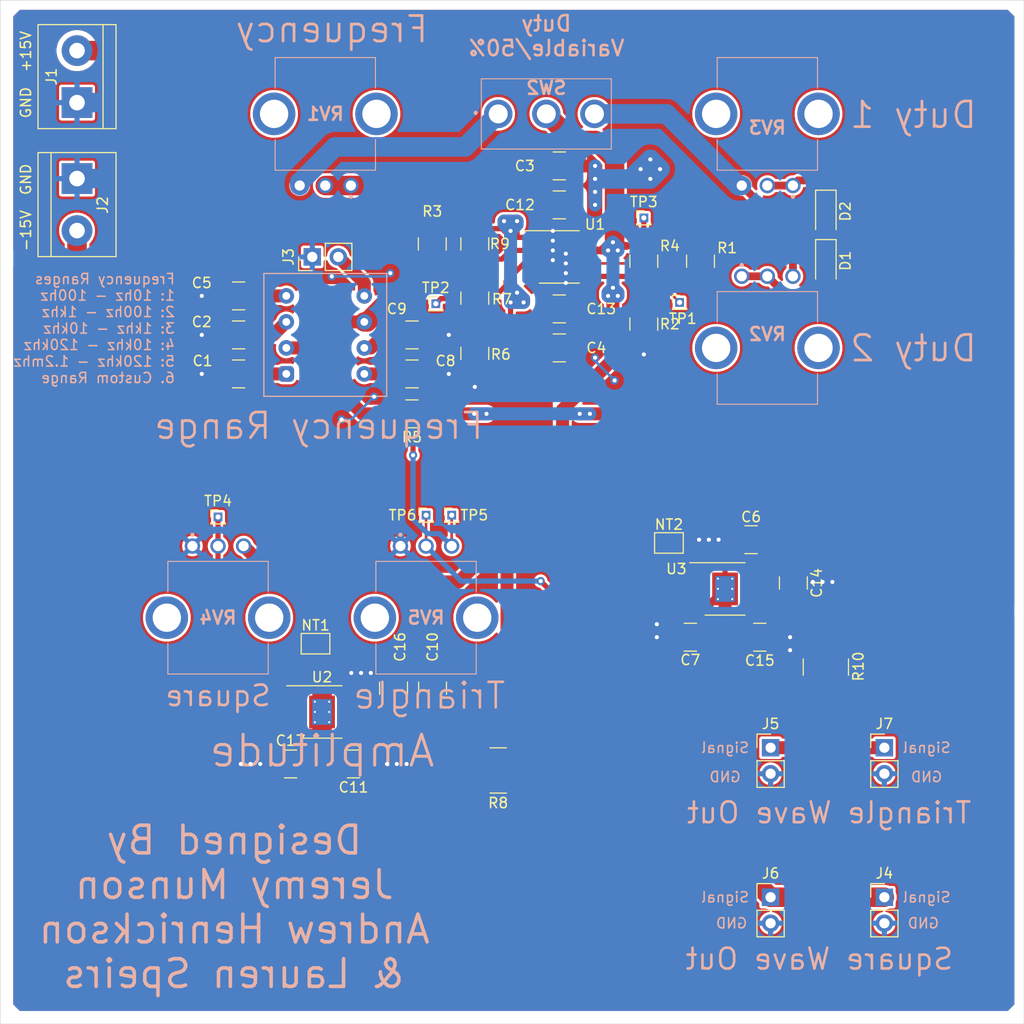
<source format=kicad_pcb>
(kicad_pcb (version 20171130) (host pcbnew "(5.1.6)-1")
  (layers (0 F.Cu signal) (31 B.Cu signal) (36 B.SilkS user) (37 F.SilkS user) (38 B.Mask user) (39 F.Mask user) (44 Edge.Cuts user))
  (net 0 "")
  (net 1 GND)
  (net 2 "Net-(C1-Pad2)")
  (net 3 "Net-(C2-Pad2)")
  (net 4 V15V)
  (net 5 V-15V)
  (net 6 "Net-(C5-Pad2)")
  (net 7 "Net-(C8-Pad2)")
  (net 8 "Net-(C9-Pad2)")
  (net 9 "Net-(D1-Pad2)")
  (net 10 "Net-(D1-Pad1)")
  (net 11 "Net-(D2-Pad1)")
  (net 12 "Net-(J3-Pad2)")
  (net 13 "Net-(J4-Pad1)")
  (net 14 "Net-(J5-Pad1)")
  (net 15 "Net-(R1-Pad1)")
  (net 16 "Net-(R2-Pad1)")
  (net 17 "Net-(R3-Pad2)")
  (net 18 "Net-(R3-Pad1)")
  (net 19 "Net-(R4-Pad1)")
  (net 20 "Net-(R6-Pad1)")
  (net 21 "Net-(R7-Pad1)")
  (net 22 "Net-(R8-Pad2)")
  (net 23 "Net-(R9-Pad1)")
  (net 24 "Net-(R10-Pad2)")
  (net 25 "Net-(RV1-Pad3)")
  (net 26 "Net-(RV2-Pad3)")
  (net 27 "Net-(RV4-Pad2)")
  (net 28 "Net-(RV5-Pad2)")
  (net 29 "Net-(U2-Pad8)")
  (net 30 "Net-(U2-Pad5)")
  (net 31 "Net-(U2-Pad2)")
  (net 32 "Net-(U3-Pad2)")
  (net 33 "Net-(U3-Pad5)")
  (net 34 "Net-(U3-Pad8)")
  (net 35 "Net-(NT1-Pad1)")
  (net 36 "Net-(NT2-Pad1)")
  (module Capacitor_SMD:C_1210_3225Metric_Pad1.42x2.65mm_HandSolder (layer F.Cu) (at 23.2775 -63.5)
    (fp_text reference C1 (at -3.5125 -1.27) (layer F.SilkS))
    (fp_text value 1.1n)
    (pad 1 smd roundrect (at -1.4875 0) (size 1.425 2.65) (layers F.Cu F.Paste F.Mask) (roundrect_rratio 0.175439) (net 1 GND))
    (pad 2 smd roundrect (at 1.4875 0) (size 1.425 2.65) (layers F.Cu F.Paste F.Mask) (roundrect_rratio 0.175439) (net 2 "Net-(C1-Pad2)"))
  )
  (module Capacitor_SMD:C_1210_3225Metric_Pad1.42x2.65mm_HandSolder (layer F.Cu) (at 23.2775 -67.31)
    (fp_text reference C2 (at -3.5925 -1.27) (layer F.SilkS))
    (fp_text value 15n)
    (pad 2 smd roundrect (at 1.4875 0) (size 1.425 2.65) (layers F.Cu F.Paste F.Mask) (roundrect_rratio 0.175439) (net 3 "Net-(C2-Pad2)"))
    (pad 1 smd roundrect (at -1.4875 0) (size 1.425 2.65) (layers F.Cu F.Paste F.Mask) (roundrect_rratio 0.175439) (net 1 GND))
  )
  (module Capacitor_SMD:C_1210_3225Metric_Pad1.42x2.65mm_HandSolder (layer F.Cu) (at 54.61 -83.82 180)
    (fp_text reference C3 (at 4.445 0) (layer F.SilkS) (effects (justify left)))
    (fp_text value "47uf 16v")
    (pad 1 smd roundrect (at -1.4875 0 180) (size 1.425 2.65) (layers F.Cu F.Paste F.Mask) (roundrect_rratio 0.175439) (net 4 V15V))
    (pad 2 smd roundrect (at 1.4875 0 180) (size 1.425 2.65) (layers F.Cu F.Paste F.Mask) (roundrect_rratio 0.175439) (net 1 GND))
  )
  (module Capacitor_SMD:C_1210_3225Metric_Pad1.42x2.65mm_HandSolder (layer F.Cu) (at 54.61 -66.04 180)
    (fp_text reference C4 (at -2.54 0) (layer F.SilkS) (effects (justify left)))
    (fp_text value "47uf 16v")
    (pad 1 smd roundrect (at -1.4875 0 180) (size 1.425 2.65) (layers F.Cu F.Paste F.Mask) (roundrect_rratio 0.175439) (net 1 GND))
    (pad 2 smd roundrect (at 1.4875 0 180) (size 1.425 2.65) (layers F.Cu F.Paste F.Mask) (roundrect_rratio 0.175439) (net 5 V-15V))
  )
  (module Capacitor_SMD:C_1210_3225Metric_Pad1.42x2.65mm_HandSolder (layer F.Cu) (at 23.2775 -71.12)
    (fp_text reference C5 (at -3.5925 -1.27) (layer F.SilkS))
    (fp_text value 150n)
    (pad 1 smd roundrect (at -1.4875 0) (size 1.425 2.65) (layers F.Cu F.Paste F.Mask) (roundrect_rratio 0.175439) (net 1 GND))
    (pad 2 smd roundrect (at 1.4875 0) (size 1.425 2.65) (layers F.Cu F.Paste F.Mask) (roundrect_rratio 0.175439) (net 6 "Net-(C5-Pad2)"))
  )
  (module Capacitor_SMD:C_1210_3225Metric_Pad1.42x2.65mm_HandSolder (layer F.Cu) (at 73.3425 -47.3075 180)
    (fp_text reference C6 (at 0 2.2225) (layer F.SilkS))
    (fp_text value "47uf 16v")
    (pad 2 smd roundrect (at 1.4875 0 180) (size 1.425 2.65) (layers F.Cu F.Paste F.Mask) (roundrect_rratio 0.175439) (net 1 GND))
    (pad 1 smd roundrect (at -1.4875 0 180) (size 1.425 2.65) (layers F.Cu F.Paste F.Mask) (roundrect_rratio 0.175439) (net 4 V15V))
  )
  (module Capacitor_SMD:C_1210_3225Metric_Pad1.42x2.65mm_HandSolder (layer F.Cu) (at 67.41 -37.7825)
    (fp_text reference C7 (at 0 2.2225) (layer F.SilkS))
    (fp_text value "47uf 16v")
    (pad 2 smd roundrect (at 1.4875 0) (size 1.425 2.65) (layers F.Cu F.Paste F.Mask) (roundrect_rratio 0.175439) (net 5 V-15V))
    (pad 1 smd roundrect (at -1.4875 0) (size 1.425 2.65) (layers F.Cu F.Paste F.Mask) (roundrect_rratio 0.175439) (net 1 GND))
  )
  (module Capacitor_SMD:C_1210_3225Metric_Pad1.42x2.65mm_HandSolder (layer F.Cu) (at 40.2225 -63.5 180)
    (fp_text reference C8 (at -3.275 1.27) (layer F.SilkS))
    (fp_text value 1.5u)
    (pad 2 smd roundrect (at 1.4875 0 180) (size 1.425 2.65) (layers F.Cu F.Paste F.Mask) (roundrect_rratio 0.175439) (net 7 "Net-(C8-Pad2)"))
    (pad 1 smd roundrect (at -1.4875 0 180) (size 1.425 2.65) (layers F.Cu F.Paste F.Mask) (roundrect_rratio 0.175439) (net 1 GND))
  )
  (module Capacitor_SMD:C_1210_3225Metric_Pad1.42x2.65mm_HandSolder (layer F.Cu) (at 40.2225 -67.31 180)
    (fp_text reference C9 (at 1.4875 2.54) (layer F.SilkS))
    (fp_text value "15uf 20%")
    (pad 1 smd roundrect (at -1.4875 0 180) (size 1.425 2.65) (layers F.Cu F.Paste F.Mask) (roundrect_rratio 0.175439) (net 1 GND))
    (pad 2 smd roundrect (at 1.4875 0 180) (size 1.425 2.65) (layers F.Cu F.Paste F.Mask) (roundrect_rratio 0.175439) (net 8 "Net-(C9-Pad2)"))
  )
  (module Capacitor_SMD:C_1210_3225Metric_Pad1.42x2.65mm_HandSolder (layer F.Cu) (at 42.2275 -32.8025 90)
    (fp_text reference C10 (at 4.0275 0 90) (layer F.SilkS))
    (fp_text value "47uf 16v")
    (pad 1 smd roundrect (at -1.4875 0 90) (size 1.425 2.65) (layers F.Cu F.Paste F.Mask) (roundrect_rratio 0.175439) (net 4 V15V))
    (pad 2 smd roundrect (at 1.4875 0 90) (size 1.425 2.65) (layers F.Cu F.Paste F.Mask) (roundrect_rratio 0.175439) (net 1 GND))
  )
  (module Capacitor_SMD:C_1210_3225Metric_Pad1.42x2.65mm_HandSolder (layer F.Cu) (at 34.5075 -25.4 180)
    (fp_text reference C11 (at 0 -2.28) (layer F.SilkS))
    (fp_text value "47uf 16v")
    (pad 1 smd roundrect (at -1.4875 0 180) (size 1.425 2.65) (layers F.Cu F.Paste F.Mask) (roundrect_rratio 0.175439) (net 1 GND))
    (pad 2 smd roundrect (at 1.4875 0 180) (size 1.425 2.65) (layers F.Cu F.Paste F.Mask) (roundrect_rratio 0.175439) (net 5 V-15V))
  )
  (module Capacitor_SMD:C_1210_3225Metric_Pad1.42x2.65mm_HandSolder (layer F.Cu) (at 54.61 -80.01 180)
    (fp_text reference C12 (at 5.3975 0) (layer F.SilkS) (effects (justify left)))
    (fp_text value 100n)
    (pad 1 smd roundrect (at -1.4875 0 180) (size 1.425 2.65) (layers F.Cu F.Paste F.Mask) (roundrect_rratio 0.175439) (net 4 V15V))
    (pad 2 smd roundrect (at 1.4875 0 180) (size 1.425 2.65) (layers F.Cu F.Paste F.Mask) (roundrect_rratio 0.175439) (net 1 GND))
  )
  (module Capacitor_SMD:C_1210_3225Metric_Pad1.42x2.65mm_HandSolder (layer F.Cu) (at 54.61 -69.85 180)
    (fp_text reference C13 (at -2.54 0) (layer F.SilkS) (effects (justify left)))
    (fp_text value 100n)
    (pad 1 smd roundrect (at -1.4875 0 180) (size 1.425 2.65) (layers F.Cu F.Paste F.Mask) (roundrect_rratio 0.175439) (net 1 GND))
    (pad 2 smd roundrect (at 1.4875 0 180) (size 1.425 2.65) (layers F.Cu F.Paste F.Mask) (roundrect_rratio 0.175439) (net 5 V-15V))
  )
  (module Capacitor_SMD:C_1210_3225Metric_Pad1.42x2.65mm_HandSolder (layer F.Cu) (at 77.47 -43.08 270)
    (fp_text reference C14 (at 0 -2.28 90) (layer F.SilkS))
    (fp_text value 100n)
    (pad 2 smd roundrect (at 1.4875 0 270) (size 1.425 2.65) (layers F.Cu F.Paste F.Mask) (roundrect_rratio 0.175439) (net 1 GND))
    (pad 1 smd roundrect (at -1.4875 0 270) (size 1.425 2.65) (layers F.Cu F.Paste F.Mask) (roundrect_rratio 0.175439) (net 4 V15V))
  )
  (module Capacitor_SMD:C_1210_3225Metric_Pad1.42x2.65mm_HandSolder (layer F.Cu) (at 74.195 -37.7825 180)
    (fp_text reference C15 (at 0 -2.28) (layer F.SilkS))
    (fp_text value 100n)
    (pad 2 smd roundrect (at 1.4875 0 180) (size 1.425 2.65) (layers F.Cu F.Paste F.Mask) (roundrect_rratio 0.175439) (net 5 V-15V))
    (pad 1 smd roundrect (at -1.4875 0 180) (size 1.425 2.65) (layers F.Cu F.Paste F.Mask) (roundrect_rratio 0.175439) (net 1 GND))
  )
  (module Capacitor_SMD:C_1210_3225Metric_Pad1.42x2.65mm_HandSolder (layer F.Cu) (at 38.4175 -32.8025 90)
    (fp_text reference C16 (at 4.0275 0.635 90) (layer F.SilkS))
    (fp_text value 100n)
    (pad 2 smd roundrect (at 1.4875 0 90) (size 1.425 2.65) (layers F.Cu F.Paste F.Mask) (roundrect_rratio 0.175439) (net 1 GND))
    (pad 1 smd roundrect (at -1.4875 0 90) (size 1.425 2.65) (layers F.Cu F.Paste F.Mask) (roundrect_rratio 0.175439) (net 4 V15V))
  )
  (module Capacitor_SMD:C_1210_3225Metric_Pad1.42x2.65mm_HandSolder (layer F.Cu) (at 28.3575 -25.4)
    (fp_text reference C17 (at 0 -2.28) (layer F.SilkS))
    (fp_text value 100n)
    (pad 2 smd roundrect (at 1.4875 0) (size 1.425 2.65) (layers F.Cu F.Paste F.Mask) (roundrect_rratio 0.175439) (net 5 V-15V))
    (pad 1 smd roundrect (at -1.4875 0) (size 1.425 2.65) (layers F.Cu F.Paste F.Mask) (roundrect_rratio 0.175439) (net 1 GND))
  )
  (module Diode_SMD:D_SOD-123F (layer F.Cu) (at 80.645 -74.422 270)
    (fp_text reference D1 (at -0.127 -1.905 90) (layer F.SilkS))
    (fp_text value sch)
    (pad 2 smd rect (at 1.4 0 270) (size 1.1 1.1) (layers F.Cu F.Paste F.Mask) (net 9 "Net-(D1-Pad2)"))
    (pad 1 smd rect (at -1.4 0 270) (size 1.1 1.1) (layers F.Cu F.Paste F.Mask) (net 10 "Net-(D1-Pad1)"))
  )
  (module Diode_SMD:D_SOD-123F (layer F.Cu) (at 80.645 -79.248 270)
    (fp_text reference D2 (at -0.127 -1.905 90) (layer F.SilkS))
    (fp_text value sch)
    (pad 1 smd rect (at -1.4 0 270) (size 1.1 1.1) (layers F.Cu F.Paste F.Mask) (net 11 "Net-(D2-Pad1)"))
    (pad 2 smd rect (at 1.4 0 270) (size 1.1 1.1) (layers F.Cu F.Paste F.Mask) (net 10 "Net-(D1-Pad1)"))
  )
  (module TerminalBlock:TerminalBlock_bornier-2_P5.08mm (layer F.Cu) (at 7.5 -90 90)
    (fp_text reference J1 (at 2.54 -2.5 90) (layer F.SilkS))
    (fp_text value V15V_IN)
    (pad 2 thru_hole circle (at 5.08 0 90) (size 3 3) (drill 1.52) (layers *.Cu *.Mask) (net 4 V15V))
    (pad 1 thru_hole rect (at 0 0 90) (size 3 3) (drill 1.52) (layers *.Cu *.Mask) (net 1 GND))
  )
  (module TerminalBlock:TerminalBlock_bornier-2_P5.08mm (layer F.Cu) (at 7.5 -82.58 270)
    (fp_text reference J2 (at 2.58 -2.5 90) (layer F.SilkS))
    (fp_text value V15V_IN)
    (pad 1 thru_hole rect (at 0 0 270) (size 3 3) (drill 1.52) (layers *.Cu *.Mask) (net 1 GND))
    (pad 2 thru_hole circle (at 5.08 0 270) (size 3 3) (drill 1.52) (layers *.Cu *.Mask) (net 5 V-15V))
  )
  (module Connector_PinHeader_2.54mm:PinHeader_1x02_P2.54mm_Vertical (layer F.Cu) (at 30.48 -74.93 90)
    (fp_text reference J3 (at 0 -2.33 90) (layer F.SilkS))
    (fp_text value Select)
    (pad 2 thru_hole oval (at 0 2.54 90) (size 1.7 1.7) (drill 1) (layers *.Cu *.Mask) (net 12 "Net-(J3-Pad2)"))
    (pad 1 thru_hole rect (at 0 0 90) (size 1.7 1.7) (drill 1) (layers *.Cu *.Mask) (net 1 GND))
  )
  (module Connector_PinHeader_2.54mm:PinHeader_1x02_P2.54mm_Vertical (layer F.Cu) (at 86.36 -12.3825)
    (fp_text reference J4 (at 0 -2.33) (layer F.SilkS))
    (fp_text value "SQ Out")
    (pad 1 thru_hole rect (at 0 0) (size 1.7 1.7) (drill 1) (layers *.Cu *.Mask) (net 13 "Net-(J4-Pad1)"))
    (pad 2 thru_hole oval (at 0 2.54) (size 1.7 1.7) (drill 1) (layers *.Cu *.Mask) (net 1 GND))
  )
  (module Connector_PinHeader_2.54mm:PinHeader_1x02_P2.54mm_Vertical (layer F.Cu) (at 75.2475 -26.9875)
    (fp_text reference J5 (at 0 -2.33) (layer F.SilkS))
    (fp_text value "TRI Out")
    (pad 2 thru_hole oval (at 0 2.54) (size 1.7 1.7) (drill 1) (layers *.Cu *.Mask) (net 1 GND))
    (pad 1 thru_hole rect (at 0 0) (size 1.7 1.7) (drill 1) (layers *.Cu *.Mask) (net 14 "Net-(J5-Pad1)"))
  )
  (module Connector_PinHeader_2.54mm:PinHeader_1x02_P2.54mm_Vertical (layer F.Cu) (at 75.2475 -12.3825)
    (fp_text reference J6 (at 0 -2.33) (layer F.SilkS))
    (fp_text value "SQ Out")
    (pad 1 thru_hole rect (at 0 0) (size 1.7 1.7) (drill 1) (layers *.Cu *.Mask) (net 13 "Net-(J4-Pad1)"))
    (pad 2 thru_hole oval (at 0 2.54) (size 1.7 1.7) (drill 1) (layers *.Cu *.Mask) (net 1 GND))
  )
  (module Connector_PinHeader_2.54mm:PinHeader_1x02_P2.54mm_Vertical (layer F.Cu) (at 86.36 -26.9875)
    (fp_text reference J7 (at 0 -2.33) (layer F.SilkS))
    (fp_text value "TRI Out")
    (pad 1 thru_hole rect (at 0 0) (size 1.7 1.7) (drill 1) (layers *.Cu *.Mask) (net 14 "Net-(J5-Pad1)"))
    (pad 2 thru_hole oval (at 0 2.54) (size 1.7 1.7) (drill 1) (layers *.Cu *.Mask) (net 1 GND))
  )
  (module Capacitor_SMD:C_1210_3225Metric_Pad1.42x2.65mm_HandSolder (layer F.Cu) (at 68.4 -74.5125 90)
    (fp_text reference R1 (at 1.2875 2.6 180) (layer F.SilkS))
    (fp_text value 470k)
    (pad 2 smd roundrect (at 1.4875 0 90) (size 1.425 2.65) (layers F.Cu F.Paste F.Mask) (roundrect_rratio 0.175439) (net 4 V15V))
    (pad 1 smd roundrect (at -1.4875 0 90) (size 1.425 2.65) (layers F.Cu F.Paste F.Mask) (roundrect_rratio 0.175439) (net 15 "Net-(R1-Pad1)"))
  )
  (module Resistor_SMD:R_1210_3225Metric_Pad1.42x2.65mm_HandSolder (layer F.Cu) (at 62.865 -68.3625 270)
    (fp_text reference R2 (at 0 -2.54 180) (layer F.SilkS))
    (fp_text value 1K)
    (pad 1 smd roundrect (at -1.4875 0 270) (size 1.425 2.65) (layers F.Cu F.Paste F.Mask) (roundrect_rratio 0.175439) (net 16 "Net-(R2-Pad1)"))
    (pad 2 smd roundrect (at 1.4875 0 270) (size 1.425 2.65) (layers F.Cu F.Paste F.Mask) (roundrect_rratio 0.175439) (net 1 GND))
  )
  (module Resistor_SMD:R_1210_3225Metric_Pad1.42x2.65mm_HandSolder (layer F.Cu) (at 42.2 -76.2 90)
    (fp_text reference R3 (at 3.175 0 180) (layer F.SilkS))
    (fp_text value 470)
    (pad 2 smd roundrect (at 1.4875 0 90) (size 1.425 2.65) (layers F.Cu F.Paste F.Mask) (roundrect_rratio 0.175439) (net 17 "Net-(R3-Pad2)"))
    (pad 1 smd roundrect (at -1.4875 0 90) (size 1.425 2.65) (layers F.Cu F.Paste F.Mask) (roundrect_rratio 0.175439) (net 18 "Net-(R3-Pad1)"))
  )
  (module Resistor_SMD:R_1210_3225Metric_Pad1.42x2.65mm_HandSolder (layer F.Cu) (at 62.865 -74.5125 270)
    (fp_text reference R4 (at -1.4875 -2.54 180) (layer F.SilkS))
    (fp_text value 3.92k)
    (pad 2 smd roundrect (at 1.4875 0 270) (size 1.425 2.65) (layers F.Cu F.Paste F.Mask) (roundrect_rratio 0.175439) (net 16 "Net-(R2-Pad1)"))
    (pad 1 smd roundrect (at -1.4875 0 270) (size 1.425 2.65) (layers F.Cu F.Paste F.Mask) (roundrect_rratio 0.175439) (net 19 "Net-(R4-Pad1)"))
  )
  (module Resistor_SMD:R_1210_3225Metric_Pad1.42x2.65mm_HandSolder (layer F.Cu) (at 40.2125 -59.6 180)
    (fp_text reference R5 (at 0 -2.28) (layer F.SilkS))
    (fp_text value 390)
    (pad 1 smd roundrect (at -1.4875 0 180) (size 1.425 2.65) (layers F.Cu F.Paste F.Mask) (roundrect_rratio 0.175439) (net 10 "Net-(D1-Pad1)"))
    (pad 2 smd roundrect (at 1.4875 0 180) (size 1.425 2.65) (layers F.Cu F.Paste F.Mask) (roundrect_rratio 0.175439) (net 18 "Net-(R3-Pad1)"))
  )
  (module Resistor_SMD:R_1210_3225Metric_Pad1.42x2.65mm_HandSolder (layer F.Cu) (at 46.355 -65.505 270)
    (fp_text reference R6 (at 0.1 -2.54 180) (layer F.SilkS))
    (fp_text value 390)
    (pad 1 smd roundrect (at -1.4875 0 270) (size 1.425 2.65) (layers F.Cu F.Paste F.Mask) (roundrect_rratio 0.175439) (net 20 "Net-(R6-Pad1)"))
    (pad 2 smd roundrect (at 1.4875 0 270) (size 1.425 2.65) (layers F.Cu F.Paste F.Mask) (roundrect_rratio 0.175439) (net 1 GND))
  )
  (module Resistor_SMD:R_1210_3225Metric_Pad1.42x2.65mm_HandSolder (layer F.Cu) (at 46.355 -70.9025 270)
    (fp_text reference R7 (at 0.1025 -2.645 180) (layer F.SilkS))
    (fp_text value 1K)
    (pad 2 smd roundrect (at 1.4875 0 270) (size 1.425 2.65) (layers F.Cu F.Paste F.Mask) (roundrect_rratio 0.175439) (net 20 "Net-(R6-Pad1)"))
    (pad 1 smd roundrect (at -1.4875 0 270) (size 1.425 2.65) (layers F.Cu F.Paste F.Mask) (roundrect_rratio 0.175439) (net 21 "Net-(R7-Pad1)"))
  )
  (module Resistor_SMD:R_2816_7142Metric_Pad3.20x4.45mm_HandSolder (layer F.Cu) (at 48.6375 -24.765 180)
    (fp_text reference R8 (at 0 -3.18) (layer F.SilkS))
    (fp_text value "50 4w")
    (pad 2 smd roundrect (at 2.6 0 180) (size 3.2 4.45) (layers F.Cu F.Paste F.Mask) (roundrect_rratio 0.078125) (net 22 "Net-(R8-Pad2)"))
    (pad 1 smd roundrect (at -2.6 0 180) (size 3.2 4.45) (layers F.Cu F.Paste F.Mask) (roundrect_rratio 0.078125) (net 13 "Net-(J4-Pad1)"))
  )
  (module Resistor_SMD:R_1210_3225Metric_Pad1.42x2.65mm_HandSolder (layer F.Cu) (at 46.355 -76.2 270)
    (fp_text reference R9 (at 0 -2.445 180) (layer F.SilkS))
    (fp_text value 3.92k)
    (pad 1 smd roundrect (at -1.4875 0 270) (size 1.425 2.65) (layers F.Cu F.Paste F.Mask) (roundrect_rratio 0.175439) (net 23 "Net-(R9-Pad1)"))
    (pad 2 smd roundrect (at 1.4875 0 270) (size 1.425 2.65) (layers F.Cu F.Paste F.Mask) (roundrect_rratio 0.175439) (net 21 "Net-(R7-Pad1)"))
  )
  (module Resistor_SMD:R_2816_7142Metric_Pad3.20x4.45mm_HandSolder (layer F.Cu) (at 80.645 -34.865 90)
    (fp_text reference R10 (at 0.06 3.175 90) (layer F.SilkS))
    (fp_text value "50 4w")
    (pad 1 smd roundrect (at -2.6 0 90) (size 3.2 4.45) (layers F.Cu F.Paste F.Mask) (roundrect_rratio 0.078125) (net 14 "Net-(J5-Pad1)"))
    (pad 2 smd roundrect (at 2.6 0 90) (size 3.2 4.45) (layers F.Cu F.Paste F.Mask) (roundrect_rratio 0.078125) (net 24 "Net-(R10-Pad2)"))
  )
  (module SamacSys_Parts:RK09K1130A5R (layer B.Cu) (at 31.75 -88.9 180)
    (fp_text reference RV1 (at 0 0) (layer B.SilkS) (effects (font (size 1.27 1.27) (thickness 0.254)) (justify mirror)))
    (fp_text value 10k hide)
    (pad 1 thru_hole circle (at -2.5 -7 180) (size 1.5 1.5) (drill 1) (layers *.Cu *.Mask) (net 17 "Net-(R3-Pad2)"))
    (pad 2 thru_hole circle (at 0 -7 180) (size 1.5 1.5) (drill 1) (layers *.Cu *.Mask) (net 17 "Net-(R3-Pad2)"))
    (pad 3 thru_hole circle (at 2.5 -7 180) (size 1.5 1.5) (drill 1) (layers *.Cu *.Mask) (net 25 "Net-(RV1-Pad3)"))
    (pad 4 thru_hole circle (at -5 0 180) (size 4.149 4.149) (drill 2.7659) (layers *.Cu *.Mask))
    (pad 5 thru_hole circle (at 5 0 180) (size 4.149 4.149) (drill 2.7659) (layers *.Cu *.Mask))
  )
  (module SamacSys_Parts:RK09K1130A5R (layer B.Cu) (at 74.93 -66.04)
    (fp_text reference RV2 (at 0 -1.35) (layer B.SilkS) (effects (font (size 1.27 1.27) (thickness 0.254)) (justify mirror)))
    (fp_text value 10k hide)
    (pad 1 thru_hole circle (at -2.5 -7) (size 1.5 1.5) (drill 1) (layers *.Cu *.Mask) (net 9 "Net-(D1-Pad2)"))
    (pad 2 thru_hole circle (at 0 -7) (size 1.5 1.5) (drill 1) (layers *.Cu *.Mask) (net 9 "Net-(D1-Pad2)"))
    (pad 3 thru_hole circle (at 2.5 -7) (size 1.5 1.5) (drill 1) (layers *.Cu *.Mask) (net 26 "Net-(RV2-Pad3)"))
    (pad 4 thru_hole circle (at -5 0) (size 4.149 4.149) (drill 2.7659) (layers *.Cu *.Mask))
    (pad 5 thru_hole circle (at 5 0) (size 4.149 4.149) (drill 2.7659) (layers *.Cu *.Mask))
  )
  (module SamacSys_Parts:RK09K1130A5R (layer B.Cu) (at 74.93 -88.9 180)
    (fp_text reference RV3 (at 0 -1.35) (layer B.SilkS) (effects (font (size 1.27 1.27) (thickness 0.254)) (justify mirror)))
    (fp_text value 10k hide)
    (pad 5 thru_hole circle (at 5 0 180) (size 4.149 4.149) (drill 2.7659) (layers *.Cu *.Mask))
    (pad 4 thru_hole circle (at -5 0 180) (size 4.149 4.149) (drill 2.7659) (layers *.Cu *.Mask))
    (pad 3 thru_hole circle (at 2.5 -7 180) (size 1.5 1.5) (drill 1) (layers *.Cu *.Mask) (net 26 "Net-(RV2-Pad3)"))
    (pad 2 thru_hole circle (at 0 -7 180) (size 1.5 1.5) (drill 1) (layers *.Cu *.Mask) (net 11 "Net-(D2-Pad1)"))
    (pad 1 thru_hole circle (at -2.5 -7 180) (size 1.5 1.5) (drill 1) (layers *.Cu *.Mask) (net 11 "Net-(D2-Pad1)"))
  )
  (module SamacSys_Parts:RK09K1130A5R (layer B.Cu) (at 21.2725 -39.6875)
    (fp_text reference RV4 (at 0 0) (layer B.SilkS) (effects (font (size 1.27 1.27) (thickness 0.254)) (justify mirror)))
    (fp_text value 10k hide)
    (pad 5 thru_hole circle (at 5 0) (size 4.149 4.149) (drill 2.7659) (layers *.Cu *.Mask))
    (pad 4 thru_hole circle (at -5 0) (size 4.149 4.149) (drill 2.7659) (layers *.Cu *.Mask))
    (pad 3 thru_hole circle (at 2.5 -7) (size 1.5 1.5) (drill 1) (layers *.Cu *.Mask) (net 19 "Net-(R4-Pad1)"))
    (pad 2 thru_hole circle (at 0 -7) (size 1.5 1.5) (drill 1) (layers *.Cu *.Mask) (net 27 "Net-(RV4-Pad2)"))
    (pad 1 thru_hole circle (at -2.5 -7) (size 1.5 1.5) (drill 1) (layers *.Cu *.Mask) (net 1 GND))
  )
  (module SamacSys_Parts:RK09K1130A5R (layer B.Cu) (at 41.5925 -39.6875)
    (fp_text reference RV5 (at 0 0) (layer B.SilkS) (effects (font (size 1.27 1.27) (thickness 0.254)) (justify mirror)))
    (fp_text value 10k hide)
    (pad 1 thru_hole circle (at -2.5 -7) (size 1.5 1.5) (drill 1) (layers *.Cu *.Mask) (net 1 GND))
    (pad 2 thru_hole circle (at 0 -7) (size 1.5 1.5) (drill 1) (layers *.Cu *.Mask) (net 28 "Net-(RV5-Pad2)"))
    (pad 3 thru_hole circle (at 2.5 -7) (size 1.5 1.5) (drill 1) (layers *.Cu *.Mask) (net 23 "Net-(R9-Pad1)"))
    (pad 4 thru_hole circle (at -5 0) (size 4.149 4.149) (drill 2.7659) (layers *.Cu *.Mask))
    (pad 5 thru_hole circle (at 5 0) (size 4.149 4.149) (drill 2.7659) (layers *.Cu *.Mask))
  )
  (module oscillator:SS-10-16NP-E (layer B.Cu) (at 31.75 -67.31)
    (fp_text reference SW1 hide)
    (fp_text value SS-10-16NPE)
    (pad 1 thru_hole roundrect (at -3.81 3.81) (size 1.524 1.524) (drill 0.762) (layers *.Cu *.Mask) (net 2 "Net-(C1-Pad2)"))
    (pad 2 thru_hole circle (at -3.81 -1.27) (size 1.524 1.524) (drill 0.762) (layers *.Cu *.Mask) (net 3 "Net-(C2-Pad2)"))
    (pad 3 thru_hole circle (at -3.81 -3.81) (size 1.524 1.524) (drill 0.762) (layers *.Cu *.Mask) (net 6 "Net-(C5-Pad2)"))
    (pad 4 thru_hole circle (at 3.81 3.81) (size 1.524 1.524) (drill 0.762) (layers *.Cu *.Mask) (net 7 "Net-(C8-Pad2)"))
    (pad 5 thru_hole circle (at 3.81 1.27) (size 1.524 1.524) (drill 0.762) (layers *.Cu *.Mask) (net 8 "Net-(C9-Pad2)"))
    (pad 6 thru_hole circle (at 3.81 -3.81) (size 1.524 1.524) (drill 0.762) (layers *.Cu *.Mask) (net 12 "Net-(J3-Pad2)"))
    (pad C thru_hole circle (at -3.81 1.27) (size 1.524 1.524) (drill 0.762) (layers *.Cu *.Mask) (net 18 "Net-(R3-Pad1)"))
    (pad C thru_hole circle (at 3.81 -1.27) (size 1.524 1.524) (drill 0.762) (layers *.Cu *.Mask) (net 18 "Net-(R3-Pad1)"))
  )
  (module SamacSys_Parts:100SP1T1B4M2QE (layer B.Cu) (at 53.34 -88.9)
    (fp_text reference SW2 (at 0 -2.54) (layer B.SilkS) (effects (font (size 1.27 1.27) (thickness 0.254)) (justify mirror)))
    (fp_text value SW_SPDT hide)
    (pad 1 thru_hole circle (at -4.7 0) (size 2.775 2.775) (drill 1.85) (layers *.Cu *.Mask) (net 25 "Net-(RV1-Pad3)"))
    (pad 2 thru_hole circle (at 0 0) (size 2.775 2.775) (drill 1.85) (layers *.Cu *.Mask) (net 19 "Net-(R4-Pad1)"))
    (pad 3 thru_hole circle (at 4.7 0) (size 2.775 2.775) (drill 1.85) (layers *.Cu *.Mask) (net 26 "Net-(RV2-Pad3)"))
  )
  (module Package_SO:SOIC-8_3.9x4.9mm_P1.27mm (layer F.Cu) (at 54.61 -74.93)
    (fp_text reference U1 (at 3.4925 -3.175) (layer F.SilkS))
    (fp_text value LM6172)
    (pad 1 smd roundrect (at -2.475 -1.905) (size 1.95 0.6) (layers F.Cu F.Paste F.Mask) (net 23 "Net-(R9-Pad1)"))
    (pad 2 smd roundrect (at -2.475 -0.635) (size 1.95 0.6) (layers F.Cu F.Paste F.Mask) (net 21 "Net-(R7-Pad1)"))
    (pad 3 smd roundrect (at -2.475 0.635) (size 1.95 0.6) (layers F.Cu F.Paste F.Mask) (net 18 "Net-(R3-Pad1)"))
    (pad 4 smd roundrect (at -2.475 1.905) (size 1.95 0.6) (layers F.Cu F.Paste F.Mask) (net 5 V-15V))
    (pad 5 smd roundrect (at 2.475 1.905) (size 1.95 0.6) (layers F.Cu F.Paste F.Mask) (net 16 "Net-(R2-Pad1)"))
    (pad 6 smd roundrect (at 2.475 0.635) (size 1.95 0.6) (layers F.Cu F.Paste F.Mask) (net 15 "Net-(R1-Pad1)"))
    (pad 7 smd roundrect (at 2.475 -0.635) (size 1.95 0.6) (layers F.Cu F.Paste F.Mask) (net 19 "Net-(R4-Pad1)"))
    (pad 8 smd roundrect (at 2.475 -1.905) (size 1.95 0.6) (layers F.Cu F.Paste F.Mask) (net 4 V15V))
  )
  (module Package_SO:SOIC-8-1EP_3.9x4.9mm_P1.27mm_EP2.514x3.2mm_ThermalVias (layer F.Cu) (at 31.4325 -30.48)
    (fp_text reference U2 (at 0 -3.4) (layer F.SilkS))
    (fp_text value BUF634A)
    (pad 9 smd rect (at 0 0) (size 1.9 2.5) (layers B.Cu) (net 5 V-15V))
    (pad 9 thru_hole circle (at 0.7 1) (size 0.5 0.5) (drill 0.2) (layers *.Cu) (net 5 V-15V))
    (pad 9 thru_hole circle (at -0.7 1) (size 0.5 0.5) (drill 0.2) (layers *.Cu) (net 5 V-15V))
    (pad 9 thru_hole circle (at 0.7 0) (size 0.5 0.5) (drill 0.2) (layers *.Cu) (net 5 V-15V))
    (pad 9 thru_hole circle (at -0.7 0) (size 0.5 0.5) (drill 0.2) (layers *.Cu) (net 5 V-15V))
    (pad 9 thru_hole circle (at 0.7 -1) (size 0.5 0.5) (drill 0.2) (layers *.Cu) (net 5 V-15V))
    (pad 9 thru_hole circle (at -0.7 -1) (size 0.5 0.5) (drill 0.2) (layers *.Cu) (net 5 V-15V))
    (pad 9 smd rect (at 0 0) (size 2.514 3.2) (layers F.Cu F.Mask) (net 5 V-15V))
    (pad 8 smd roundrect (at 2.6375 -1.905) (size 1.625 0.6) (layers F.Cu F.Paste F.Mask) (net 29 "Net-(U2-Pad8)"))
    (pad 7 smd roundrect (at 2.6375 -0.635) (size 1.625 0.6) (layers F.Cu F.Paste F.Mask) (net 4 V15V))
    (pad 6 smd roundrect (at 2.6375 0.635) (size 1.625 0.6) (layers F.Cu F.Paste F.Mask) (net 22 "Net-(R8-Pad2)"))
    (pad 5 smd roundrect (at 2.6375 1.905) (size 1.625 0.6) (layers F.Cu F.Paste F.Mask) (net 30 "Net-(U2-Pad5)"))
    (pad 4 smd roundrect (at -2.6375 1.905) (size 1.625 0.6) (layers F.Cu F.Paste F.Mask) (net 5 V-15V))
    (pad 3 smd roundrect (at -2.6375 0.635) (size 1.625 0.6) (layers F.Cu F.Paste F.Mask) (net 27 "Net-(RV4-Pad2)"))
    (pad 2 smd roundrect (at -2.6375 -0.635) (size 1.625 0.6) (layers F.Cu F.Paste F.Mask) (net 31 "Net-(U2-Pad2)"))
    (pad 1 smd roundrect (at -2.6375 -1.905) (size 1.625 0.6) (layers F.Cu F.Paste F.Mask) (net 35 "Net-(NT1-Pad1)"))
  )
  (module Package_SO:SOIC-8-1EP_3.9x4.9mm_P1.27mm_EP2.514x3.2mm_ThermalVias (layer F.Cu) (at 70.8 -42.5)
    (fp_text reference U3 (at -4.76 -1.95) (layer F.SilkS))
    (fp_text value BUF634A)
    (pad 1 smd roundrect (at -2.6375 -1.905) (size 1.625 0.6) (layers F.Cu F.Paste F.Mask) (net 36 "Net-(NT2-Pad1)"))
    (pad 2 smd roundrect (at -2.6375 -0.635) (size 1.625 0.6) (layers F.Cu F.Paste F.Mask) (net 32 "Net-(U3-Pad2)"))
    (pad 3 smd roundrect (at -2.6375 0.635) (size 1.625 0.6) (layers F.Cu F.Paste F.Mask) (net 28 "Net-(RV5-Pad2)"))
    (pad 4 smd roundrect (at -2.6375 1.905) (size 1.625 0.6) (layers F.Cu F.Paste F.Mask) (net 5 V-15V))
    (pad 5 smd roundrect (at 2.6375 1.905) (size 1.625 0.6) (layers F.Cu F.Paste F.Mask) (net 33 "Net-(U3-Pad5)"))
    (pad 6 smd roundrect (at 2.6375 0.635) (size 1.625 0.6) (layers F.Cu F.Paste F.Mask) (net 24 "Net-(R10-Pad2)"))
    (pad 7 smd roundrect (at 2.6375 -0.635) (size 1.625 0.6) (layers F.Cu F.Paste F.Mask) (net 4 V15V))
    (pad 8 smd roundrect (at 2.6375 -1.905) (size 1.625 0.6) (layers F.Cu F.Paste F.Mask) (net 34 "Net-(U3-Pad8)"))
    (pad 9 smd rect (at 0 0) (size 2.514 3.2) (layers F.Cu F.Mask) (net 5 V-15V))
    (pad 9 thru_hole circle (at -0.7 -1) (size 0.5 0.5) (drill 0.2) (layers *.Cu) (net 5 V-15V))
    (pad 9 thru_hole circle (at 0.7 -1) (size 0.5 0.5) (drill 0.2) (layers *.Cu) (net 5 V-15V))
    (pad 9 thru_hole circle (at -0.7 0) (size 0.5 0.5) (drill 0.2) (layers *.Cu) (net 5 V-15V))
    (pad 9 thru_hole circle (at 0.7 0) (size 0.5 0.5) (drill 0.2) (layers *.Cu) (net 5 V-15V))
    (pad 9 thru_hole circle (at -0.7 1) (size 0.5 0.5) (drill 0.2) (layers *.Cu) (net 5 V-15V))
    (pad 9 thru_hole circle (at 0.7 1) (size 0.5 0.5) (drill 0.2) (layers *.Cu) (net 5 V-15V))
    (pad 9 smd rect (at 0 0) (size 1.9 2.5) (layers B.Cu) (net 5 V-15V))
  )
  (module Jumper:SolderJumper-2_P1.3mm_Open_TrianglePad1.0x1.5mm (layer F.Cu) (at 30.7975 -37.1475)
    (fp_text reference NT1 (at 0 -1.8) (layer F.SilkS))
    (fp_text value Net-Tie_2)
    (pad 2 smd custom (at 0.725 0) (size 0.3 0.3) (layers F.Cu F.Mask) (net 5 V-15V) (options (clearance outline) (anchor rect)) (primitives (gr_poly (pts (xy -0.65 -0.75) (xy 0.5 -0.75) (xy 0.5 0.75) (xy -0.65 0.75) (xy -0.15 0)) (width 0))))
    (pad 1 smd custom (at -0.725 0) (size 0.3 0.3) (layers F.Cu F.Mask) (net 35 "Net-(NT1-Pad1)") (options (clearance outline) (anchor rect)) (primitives (gr_poly (pts (xy -0.5 -0.75) (xy 0.5 -0.75) (xy 1 0) (xy 0.5 0.75) (xy -0.5 0.75)) (width 0))))
  )
  (module Jumper:SolderJumper-2_P1.3mm_Open_TrianglePad1.0x1.5mm (layer F.Cu) (at 65.315 -46.99)
    (fp_text reference NT2 (at 0 -1.8) (layer F.SilkS))
    (fp_text value Net-Tie_2)
    (pad 1 smd custom (at -0.725 0) (size 0.3 0.3) (layers F.Cu F.Mask) (net 36 "Net-(NT2-Pad1)") (options (clearance outline) (anchor rect)) (primitives (gr_poly (pts (xy -0.5 -0.75) (xy 0.5 -0.75) (xy 1 0) (xy 0.5 0.75) (xy -0.5 0.75)) (width 0))))
    (pad 2 smd custom (at 0.725 0) (size 0.3 0.3) (layers F.Cu F.Mask) (net 5 V-15V) (options (clearance outline) (anchor rect)) (primitives (gr_poly (pts (xy -0.65 -0.75) (xy 0.5 -0.75) (xy 0.5 0.75) (xy -0.65 0.75) (xy -0.15 0)) (width 0))))
  )
  (module Connector_PinHeader_1.00mm:PinHeader_1x01_P1.00mm_Vertical (layer F.Cu) (at 66.3575 -70.485)
    (fp_text reference TP1 (at 0.3175 1.5875) (layer F.SilkS))
    (fp_text value TestPoint_Small)
    (pad 1 thru_hole rect (at 0 0) (size 0.85 0.85) (drill 0.5) (layers *.Cu *.Mask) (net 16 "Net-(R2-Pad1)"))
  )
  (module Connector_PinHeader_1.00mm:PinHeader_1x01_P1.00mm_Vertical (layer F.Cu) (at 42.545 -70.358)
    (fp_text reference TP2 (at 0 -1.56) (layer F.SilkS))
    (fp_text value TestPoint_Small)
    (pad 1 thru_hole rect (at 0 0) (size 0.85 0.85) (drill 0.5) (layers *.Cu *.Mask) (net 18 "Net-(R3-Pad1)"))
  )
  (module Connector_PinHeader_1.00mm:PinHeader_1x01_P1.00mm_Vertical (layer F.Cu) (at 62.865 -78.74)
    (fp_text reference TP3 (at 0 -1.56) (layer F.SilkS))
    (fp_text value TestPoint_Small)
    (pad 1 thru_hole rect (at 0 0) (size 0.85 0.85) (drill 0.5) (layers *.Cu *.Mask) (net 19 "Net-(R4-Pad1)"))
  )
  (module Connector_PinHeader_1.00mm:PinHeader_1x01_P1.00mm_Vertical (layer F.Cu) (at 21.2725 -49.53)
    (fp_text reference TP4 (at 0 -1.56) (layer F.SilkS))
    (fp_text value TestPoint_Small)
    (pad 1 thru_hole rect (at 0 0) (size 0.85 0.85) (drill 0.5) (layers *.Cu *.Mask) (net 27 "Net-(RV4-Pad2)"))
  )
  (module Connector_PinHeader_1.00mm:PinHeader_1x01_P1.00mm_Vertical (layer F.Cu) (at 44.1 -49.7)
    (fp_text reference TP5 (at 2.2 0) (layer F.SilkS))
    (fp_text value TestPoint_Small)
    (pad 1 thru_hole rect (at 0 0) (size 0.85 0.85) (drill 0.5) (layers *.Cu *.Mask) (net 23 "Net-(R9-Pad1)"))
  )
  (module Connector_PinHeader_1.00mm:PinHeader_1x01_P1.00mm_Vertical (layer F.Cu) (at 41.6 -49.7)
    (fp_text reference TP6 (at -2.3 0) (layer F.SilkS))
    (fp_text value TestPoint_Small)
    (pad 1 thru_hole rect (at 0 0) (size 0.85 0.85) (drill 0.5) (layers *.Cu *.Mask) (net 28 "Net-(RV5-Pad2)"))
  )
  (gr_text "Designed By\nJeremy Munson\nAndrew Henrickson\n& Lauren Speirs" (at 22.86 -11.43) (layer B.SilkS) (effects (font (size 2.7 2.7) (thickness 0.35)) (justify mirror)))
  (gr_text "Frequency Ranges\n1: 10hz - 100hz\n2: 100hz - 1khz\n3: 1khz - 10khz\n4: 10khz - 120khz\n5: 120khz - 1.2mhz\n6. Custom Range" (at 17.145 -67.945) (layer B.SilkS) (effects (font (size 1 1)) (justify left mirror)))
  (gr_text "Frequency Range" (at 31.115 -58.42) (layer B.SilkS) (effects (font (size 2.5 2.5) (thickness 0.27)) (justify mirror)))
  (gr_text GND (at 71.4375 -9.8425) (layer B.SilkS) (effects (font (size 1 1)) (justify mirror)))
  (gr_text GND (at 90.17 -9.8425) (layer B.SilkS) (effects (font (size 1 1)) (justify mirror)))
  (gr_text Signal (at 70.8025 -12.3825) (layer B.SilkS) (effects (font (size 1 1)) (justify mirror)))
  (gr_text Signal (at 90.4875 -12.3825) (layer B.SilkS) (effects (font (size 1 1)) (justify mirror)))
  (gr_text "Square Wave Out" (at 80.01 -6.35) (layer B.SilkS) (effects (font (size 2.032 2.032) (thickness 0.254)) (justify mirror)))
  (gr_text "Triangle Wave Out" (at 80.9625 -20.6375) (layer B.SilkS) (effects (font (size 2.032 2.032) (thickness 0.254)) (justify mirror)))
  (gr_text GND (at 90.4875 -24.13) (layer B.SilkS) (effects (font (size 1 1)) (justify mirror)))
  (gr_text GND (at 70.8025 -24.13) (layer B.SilkS) (effects (font (size 1 1)) (justify mirror)))
  (gr_text Signal (at 70.8025 -26.9875) (layer B.SilkS) (effects (font (size 1 1)) (justify mirror)))
  (gr_text Signal (at 90.4875 -26.9875) (layer B.SilkS) (effects (font (size 1 1)) (justify mirror)))
  (gr_text Triangle (at 41.91 -32.0675) (layer B.SilkS) (effects (font (size 2.5 2.5) (thickness 0.25)) (justify mirror)))
  (gr_text Square (at 21.2725 -32.0675) (layer B.SilkS) (effects (font (size 2 2) (thickness 0.25)) (justify mirror)))
  (gr_text Amplitude (at 31.4325 -26.67) (layer B.SilkS) (effects (font (size 3 3) (thickness 0.3)) (justify mirror)))
  (gr_text "Duty\nVariable/50%" (at 53.34 -96.52) (layer B.SilkS) (effects (font (size 1.5 1.5) (thickness 0.25)) (justify mirror)))
  (gr_text "Duty 2" (at 89.2 -66) (layer B.SilkS) (effects (font (size 2.5 2.5) (thickness 0.27)) (justify mirror)))
  (gr_text "Duty 1" (at 89.2 -88.8) (layer B.SilkS) (effects (font (size 2.5 2.5) (thickness 0.27)) (justify mirror)))
  (gr_text Frequency (at 32.385 -97.155) (layer B.SilkS) (effects (font (size 2.5 2.5) (thickness 0.27)) (justify mirror)))
  (gr_text -15V (at 2.5 -77.5 90) (layer F.SilkS) (effects (font (size 1 1))))
  (gr_text GND (at 2.5 -82.5 90) (layer F.SilkS) (effects (font (size 1 1))))
  (gr_text +15V (at 2.5 -95 90) (layer F.SilkS) (effects (font (size 1 1))))
  (gr_text GND (at 2.5 -90 90) (layer F.SilkS) (effects (font (size 1 1))))
  (gr_line (start 0 -100) (end 0 0) (layer Edge.Cuts) (width 0.05))
  (gr_line (start 100 -100) (end 0 -100) (layer Edge.Cuts) (width 0.05))
  (gr_line (start 100 0) (end 100 -100) (layer Edge.Cuts) (width 0.05))
  (gr_line (start 0 0) (end 100 0) (layer Edge.Cuts) (width 0.05))
  (via (at 43.815 -67.31) (size 0.8) (drill 0.4) (layers F.Cu B.Cu) (net 1))
  (via (at 19.685 -63.5) (size 0.8) (drill 0.4) (layers F.Cu B.Cu) (net 1))
  (via (at 19.685 -67.31) (size 0.8) (drill 0.4) (layers F.Cu B.Cu) (net 1))
  (via (at 19.685 -71.12) (size 0.8) (drill 0.4) (layers F.Cu B.Cu) (net 1))
  (via (at 62.865 -65.405) (size 0.8) (drill 0.4) (layers F.Cu B.Cu) (net 1))
  (segment (start 62.865 -66.875) (end 62.865 -65.405) (width 0.508) (layer F.Cu) (net 1))
  (segment (start 56.0975 -66.04) (end 56.0975 -69.85) (width 0.762) (layer F.Cu) (net 1))
  (segment (start 56.0975 -69.85) (end 55.245 -70.7025) (width 0.762) (layer F.Cu) (net 1))
  (via (at 55.245 -72.39) (size 0.8) (drill 0.4) (layers F.Cu B.Cu) (net 1))
  (segment (start 55.245 -70.7025) (end 55.245 -72.39) (width 0.762) (layer F.Cu) (net 1))
  (via (at 55.245 -73.3425) (size 0.8) (drill 0.4) (layers F.Cu B.Cu) (net 1))
  (segment (start 55.245 -72.39) (end 55.245 -73.3425) (width 0.762) (layer F.Cu) (net 1))
  (segment (start 53.1225 -80.01) (end 53.1225 -83.82) (width 0.762) (layer F.Cu) (net 1))
  (segment (start 53.1225 -80.01) (end 53.975 -79.1575) (width 0.762) (layer F.Cu) (net 1))
  (via (at 53.975 -77.47) (size 0.8) (drill 0.4) (layers F.Cu B.Cu) (net 1))
  (segment (start 53.975 -79.1575) (end 53.975 -77.47) (width 0.762) (layer F.Cu) (net 1))
  (via (at 53.975 -76.5175) (size 0.8) (drill 0.4) (layers F.Cu B.Cu) (net 1))
  (segment (start 53.975 -77.47) (end 53.975 -76.5175) (width 0.762) (layer F.Cu) (net 1))
  (via (at 55.245 -74.295) (size 0.8) (drill 0.4) (layers F.Cu B.Cu) (net 1))
  (segment (start 55.245 -73.3425) (end 55.245 -74.295) (width 0.762) (layer F.Cu) (net 1))
  (via (at 53.975 -75.565) (size 0.8) (drill 0.4) (layers F.Cu B.Cu) (net 1))
  (segment (start 53.975 -76.5175) (end 53.975 -75.565) (width 0.762) (layer F.Cu) (net 1))
  (via (at 53.975 -74.6125) (size 0.8) (drill 0.4) (layers F.Cu B.Cu) (net 1))
  (segment (start 53.975 -75.565) (end 53.975 -74.6125) (width 0.762) (layer F.Cu) (net 1))
  (via (at 55.245 -75.2475) (size 0.8) (drill 0.4) (layers F.Cu B.Cu) (net 1))
  (segment (start 55.245 -74.295) (end 55.245 -75.2475) (width 0.762) (layer F.Cu) (net 1))
  (segment (start 46.355 -64.0175) (end 46.355 -62.865) (width 0.762) (layer F.Cu) (net 1))
  (via (at 43.815 -63.5) (size 0.8) (drill 0.4) (layers F.Cu B.Cu) (net 1))
  (via (at 46.355 -62.23) (size 0.8) (drill 0.4) (layers F.Cu B.Cu) (net 1))
  (segment (start 46.355 -62.865) (end 46.355 -62.23) (width 0.762) (layer F.Cu) (net 1))
  (segment (start 21.79 -71.12) (end 19.685 -71.12) (width 1.27) (layer F.Cu) (net 1))
  (segment (start 21.79 -67.31) (end 19.685 -67.31) (width 1.27) (layer F.Cu) (net 1))
  (segment (start 21.79 -63.5) (end 19.685 -63.5) (width 1.27) (layer F.Cu) (net 1))
  (segment (start 41.71 -67.31) (end 43.815 -67.31) (width 1.27) (layer F.Cu) (net 1))
  (segment (start 41.71 -63.5) (end 43.815 -63.5) (width 1.27) (layer F.Cu) (net 1))
  (segment (start 7.5 -82.58) (end 11.58 -82.58) (width 1.905) (layer B.Cu) (net 1))
  (segment (start 7.5 -90) (end 11.4 -90) (width 1.905) (layer B.Cu) (net 1))
  (segment (start 39.0925 -46.6875) (end 39.0925 -49.4925) (width 0.762) (layer B.Cu) (net 1))
  (segment (start 77.47 -41.5925) (end 79.0575 -43.18) (width 0.762) (layer F.Cu) (net 1))
  (segment (start 79.0575 -43.18) (end 79.375 -43.18) (width 0.762) (layer F.Cu) (net 1))
  (segment (start 81.28 -43.18) (end 81.28 -43.18) (width 0.762) (layer F.Cu) (net 1))
  (via (at 81.28 -43.18) (size 0.8) (drill 0.4) (layers F.Cu B.Cu) (net 1))
  (segment (start 80.3275 -43.18) (end 81.28 -43.18) (width 0.762) (layer F.Cu) (net 1))
  (via (at 80.3275 -43.18) (size 0.8) (drill 0.4) (layers F.Cu B.Cu) (net 1))
  (segment (start 79.375 -43.18) (end 80.3275 -43.18) (width 0.762) (layer F.Cu) (net 1))
  (via (at 79.375 -43.18) (size 0.8) (drill 0.4) (layers F.Cu B.Cu) (net 1))
  (segment (start 71.855 -47.3075) (end 70.1675 -47.3075) (width 0.762) (layer F.Cu) (net 1))
  (segment (start 69.215 -47.3075) (end 69.215 -47.3075) (width 0.762) (layer F.Cu) (net 1))
  (via (at 69.215 -47.3075) (size 0.8) (drill 0.4) (layers F.Cu B.Cu) (net 1))
  (segment (start 70.1675 -47.3075) (end 69.215 -47.3075) (width 0.762) (layer F.Cu) (net 1))
  (via (at 70.1675 -47.3075) (size 0.8) (drill 0.4) (layers F.Cu B.Cu) (net 1))
  (segment (start 69.215 -47.3075) (end 68.2625 -47.3075) (width 0.762) (layer F.Cu) (net 1))
  (segment (start 68.2625 -47.3075) (end 68.2625 -47.3075) (width 0.762) (layer F.Cu) (net 1))
  (via (at 68.2625 -47.3075) (size 0.8) (drill 0.4) (layers F.Cu B.Cu) (net 1))
  (via (at 77.1525 -37.7825) (size 0.8) (drill 0.4) (layers F.Cu B.Cu) (net 1))
  (segment (start 75.6825 -37.7825) (end 77.1525 -37.7825) (width 1.27) (layer F.Cu) (net 1))
  (via (at 77.1525 -36.5125) (size 0.8) (drill 0.4) (layers F.Cu B.Cu) (net 1))
  (segment (start 77.1525 -36.5125) (end 77.1525 -37.7825) (width 1.27) (layer F.Cu) (net 1))
  (via (at 64.135 -37.7825) (size 0.8) (drill 0.4) (layers F.Cu B.Cu) (net 1))
  (segment (start 65.9225 -37.7825) (end 64.135 -37.7825) (width 1.27) (layer F.Cu) (net 1))
  (via (at 64.135 -39.0525) (size 0.8) (drill 0.4) (layers F.Cu B.Cu) (net 1))
  (segment (start 64.135 -39.0525) (end 64.135 -37.7825) (width 1.27) (layer F.Cu) (net 1))
  (via (at 37.7825 -25.4) (size 0.8) (drill 0.4) (layers F.Cu B.Cu) (net 1))
  (via (at 38.735 -25.4) (size 0.8) (drill 0.4) (layers F.Cu B.Cu) (net 1))
  (via (at 39.6875 -25.4) (size 0.8) (drill 0.4) (layers F.Cu B.Cu) (net 1))
  (via (at 25.4 -25.4) (size 0.8) (drill 0.4) (layers F.Cu B.Cu) (net 1))
  (via (at 24.4475 -25.4) (size 0.8) (drill 0.4) (layers F.Cu B.Cu) (net 1))
  (via (at 23.495 -25.4) (size 0.8) (drill 0.4) (layers F.Cu B.Cu) (net 1))
  (segment (start 39.6875 -25.4) (end 35.995 -25.4) (width 0.762) (layer F.Cu) (net 1))
  (segment (start 23.495 -25.4) (end 26.9875 -25.4) (width 0.762) (layer F.Cu) (net 1))
  (segment (start 38.4175 -34.29) (end 42.2275 -34.29) (width 0.762) (layer F.Cu) (net 1))
  (via (at 36.195 -34.29) (size 0.8) (drill 0.4) (layers F.Cu B.Cu) (net 1))
  (via (at 35.2425 -34.29) (size 0.8) (drill 0.4) (layers F.Cu B.Cu) (net 1))
  (via (at 34.29 -34.29) (size 0.8) (drill 0.4) (layers F.Cu B.Cu) (net 1))
  (segment (start 38.4175 -34.29) (end 34.29 -34.29) (width 0.762) (layer F.Cu) (net 1))
  (segment (start 36.195 -34.29) (end 34.29 -34.29) (width 0.762) (layer B.Cu) (net 1))
  (segment (start 27.94 -63.5) (end 24.765 -63.5) (width 1.27) (layer F.Cu) (net 2))
  (segment (start 27.94 -68.58) (end 26.67 -67.31) (width 1.27) (layer F.Cu) (net 3))
  (segment (start 26.67 -67.31) (end 24.765 -67.31) (width 1.27) (layer F.Cu) (net 3))
  (segment (start 59.69 -62.865) (end 60.0075 -62.865) (width 0.254) (layer F.Cu) (net 4))
  (segment (start 55.245 -79.1575) (end 56.0975 -80.01) (width 0.762) (layer F.Cu) (net 4))
  (segment (start 57.085 -76.835) (end 55.88 -76.835) (width 0.762) (layer F.Cu) (net 4))
  (segment (start 55.245 -77.47) (end 55.245 -79.1575) (width 0.762) (layer F.Cu) (net 4))
  (segment (start 55.88 -76.835) (end 55.245 -77.47) (width 0.762) (layer F.Cu) (net 4))
  (segment (start 56.0975 -80.01) (end 56.0975 -83.82) (width 0.762) (layer F.Cu) (net 4))
  (via (at 58.1025 -83.82) (size 0.8) (drill 0.4) (layers F.Cu B.Cu) (net 4))
  (segment (start 56.0975 -83.82) (end 58.1025 -83.82) (width 1.27) (layer F.Cu) (net 4))
  (segment (start 58.1025 -83.82) (end 58.1025 -82.55) (width 1.27) (layer F.Cu) (net 4))
  (via (at 58.1025 -81.28) (size 0.8) (drill 0.4) (layers F.Cu B.Cu) (net 4))
  (segment (start 58.1025 -82.55) (end 58.1025 -81.28) (width 1.27) (layer F.Cu) (net 4))
  (segment (start 68.4 -76) (end 68.4 -78) (width 0.254) (layer F.Cu) (net 4))
  (via (at 58.1025 -80.01) (size 0.8) (drill 0.4) (layers F.Cu B.Cu) (net 4))
  (segment (start 58.1025 -81.28) (end 58.1025 -80.01) (width 1.27) (layer F.Cu) (net 4))
  (segment (start 58.6 -82.55) (end 62.0925 -82.55) (width 1.905) (layer B.Cu) (net 4))
  (segment (start 61.595 -82.55) (end 62.5475 -83.5025) (width 1.905) (layer B.Cu) (net 4))
  (via (at 62.5475 -83.5025) (size 0.8) (drill 0.4) (layers F.Cu B.Cu) (net 4))
  (via (at 58.1025 -82.55) (size 0.8) (drill 0.4) (layers F.Cu B.Cu) (net 4))
  (via (at 63.5 -84.455) (size 0.8) (drill 0.4) (layers F.Cu B.Cu) (net 4))
  (segment (start 62.5475 -83.5025) (end 63.5 -84.455) (width 1.905) (layer B.Cu) (net 4))
  (via (at 64.4525 -83.5025) (size 0.8) (drill 0.4) (layers F.Cu B.Cu) (net 4))
  (segment (start 63.5 -84.455) (end 64.4525 -83.5025) (width 1.905) (layer B.Cu) (net 4))
  (via (at 63.5 -82.55) (size 0.8) (drill 0.4) (layers F.Cu B.Cu) (net 4))
  (segment (start 64.4525 -83.5025) (end 63.5 -82.55) (width 1.905) (layer B.Cu) (net 4))
  (segment (start 61.595 -82.55) (end 63.5 -82.55) (width 1.905) (layer B.Cu) (net 4))
  (segment (start 7.5 -95.08) (end 12.48 -95.08) (width 1.905) (layer F.Cu) (net 4))
  (segment (start 58.1025 -83.82) (end 58.1025 -80.01) (width 1.27) (layer B.Cu) (net 4))
  (segment (start 77.47 -44.5675) (end 77.47 -46.6725) (width 0.762) (layer F.Cu) (net 4))
  (segment (start 76.835 -47.3075) (end 74.83 -47.3075) (width 0.762) (layer F.Cu) (net 4))
  (segment (start 77.47 -46.6725) (end 76.835 -47.3075) (width 0.762) (layer F.Cu) (net 4))
  (segment (start 73.4375 -43.135) (end 77.425 -43.135) (width 0.762) (layer F.Cu) (net 4))
  (segment (start 77.47 -43.18) (end 77.47 -44.5675) (width 0.762) (layer F.Cu) (net 4))
  (segment (start 77.425 -43.135) (end 77.47 -43.18) (width 0.762) (layer F.Cu) (net 4))
  (via (at 60.0075 -62.865) (size 0.8) (drill 0.4) (layers F.Cu B.Cu) (net 4))
  (via (at 58.1025 -65.0875) (size 0.8) (drill 0.4) (layers F.Cu B.Cu) (net 4))
  (segment (start 60.0075 -62.865) (end 58.1025 -64.77) (width 0.254) (layer B.Cu) (net 4))
  (segment (start 58.1025 -64.77) (end 58.1025 -65.0875) (width 0.254) (layer B.Cu) (net 4))
  (segment (start 34.07 -31.115) (end 35.8775 -31.115) (width 0.762) (layer F.Cu) (net 4))
  (segment (start 36.0775 -31.315) (end 38.4175 -31.315) (width 0.762) (layer F.Cu) (net 4))
  (segment (start 35.8775 -31.115) (end 36.0775 -31.315) (width 0.762) (layer F.Cu) (net 4))
  (segment (start 38.4175 -31.315) (end 42.2275 -31.315) (width 0.762) (layer F.Cu) (net 4))
  (segment (start 49.502001 -44.422001) (end 49.502001 -34.579501) (width 1.27) (layer F.Cu) (net 4))
  (segment (start 44.1325 -29.21) (end 42.545 -29.21) (width 1.27) (layer F.Cu) (net 4))
  (segment (start 55.245 -46.355) (end 51.435 -46.355) (width 1.27) (layer F.Cu) (net 4))
  (segment (start 49.502001 -34.579501) (end 44.1325 -29.21) (width 1.27) (layer F.Cu) (net 4))
  (segment (start 51.435 -46.355) (end 49.502001 -44.422001) (width 1.27) (layer F.Cu) (net 4))
  (segment (start 42.2275 -29.5275) (end 42.2275 -31.315) (width 1.27) (layer F.Cu) (net 4))
  (segment (start 42.2275 -29.5275) (end 42.545 -29.21) (width 1.27) (layer F.Cu) (net 4))
  (segment (start 53.1225 -66.04) (end 53.1225 -69.85) (width 0.762) (layer F.Cu) (net 5))
  (segment (start 53.975 -72.39) (end 53.975 -70.7025) (width 0.762) (layer F.Cu) (net 5))
  (segment (start 52.135 -73.025) (end 53.34 -73.025) (width 0.762) (layer F.Cu) (net 5))
  (segment (start 53.975 -70.7025) (end 53.1225 -69.85) (width 0.762) (layer F.Cu) (net 5))
  (segment (start 53.34 -73.025) (end 53.975 -72.39) (width 0.762) (layer F.Cu) (net 5))
  (segment (start 7.5 -77.5) (end 7.5 -73.7) (width 1.905) (layer F.Cu) (net 5))
  (segment (start 68.895 -40.595) (end 70.8 -42.5) (width 0.762) (layer F.Cu) (net 5))
  (segment (start 68.1625 -40.595) (end 68.895 -40.595) (width 0.762) (layer F.Cu) (net 5))
  (segment (start 68.8975 -37.7825) (end 70.8025 -37.7825) (width 0.762) (layer F.Cu) (net 5))
  (segment (start 70.8025 -37.7825) (end 72.7075 -37.7825) (width 0.762) (layer F.Cu) (net 5))
  (segment (start 70.8 -42.5) (end 70.8 -44.4525) (width 0.508) (layer F.Cu) (net 5))
  (segment (start 70.8 -44.4525) (end 69.215 -46.0375) (width 0.508) (layer F.Cu) (net 5))
  (segment (start 69.215 -46.0375) (end 68.2625 -46.0375) (width 0.508) (layer F.Cu) (net 5))
  (segment (start 67.31 -46.99) (end 66.04401 -46.99) (width 0.508) (layer F.Cu) (net 5))
  (segment (start 68.2625 -46.0375) (end 67.31 -46.99) (width 0.508) (layer F.Cu) (net 5))
  (segment (start 53.1225 -66.04) (end 51.435 -66.04) (width 1.27) (layer F.Cu) (net 5))
  (segment (start 70.8 -37.785) (end 70.8025 -37.7825) (width 1.27) (layer F.Cu) (net 5))
  (segment (start 70.8 -42.5) (end 70.8 -37.785) (width 1.27) (layer F.Cu) (net 5))
  (segment (start 68.8975 -37.7825) (end 72.7075 -37.7825) (width 1.27) (layer F.Cu) (net 5))
  (via (at 33.3375 -59.055) (size 0.8) (drill 0.4) (layers F.Cu B.Cu) (net 5))
  (via (at 36.5125 -61.2775) (size 0.8) (drill 0.4) (layers F.Cu B.Cu) (net 5))
  (segment (start 33.3375 -59.055) (end 34.29 -59.055) (width 0.254) (layer B.Cu) (net 5))
  (segment (start 34.29 -59.055) (end 36.5125 -61.2775) (width 0.254) (layer B.Cu) (net 5))
  (via (at 32.385 -73.025) (size 0.8) (drill 0.4) (layers F.Cu B.Cu) (net 5))
  (via (at 38.1 -73.3425) (size 0.8) (drill 0.4) (layers F.Cu B.Cu) (net 5))
  (segment (start 32.385 -73.025) (end 37.7825 -73.025) (width 0.254) (layer B.Cu) (net 5))
  (segment (start 37.7825 -73.025) (end 38.1 -73.3425) (width 0.254) (layer B.Cu) (net 5))
  (segment (start 31.5225 -37.1475) (end 32.7025 -37.1475) (width 0.254) (layer F.Cu) (net 5))
  (segment (start 32.7025 -37.1475) (end 33.02 -37.1475) (width 0.254) (layer F.Cu) (net 5))
  (segment (start 31.4325 -30.48) (end 31.4325 -33.3375) (width 1.905) (layer F.Cu) (net 5))
  (segment (start 31.4325 -33.655) (end 31.4325 -33.3375) (width 1.905) (layer F.Cu) (net 5))
  (segment (start 31.4325 -30.48) (end 31.4325 -27.94) (width 1.905) (layer F.Cu) (net 5))
  (segment (start 30.7975 -28.575) (end 31.4325 -27.94) (width 0.508) (layer F.Cu) (net 5))
  (segment (start 28.795 -28.575) (end 30.7975 -28.575) (width 0.508) (layer F.Cu) (net 5))
  (segment (start 31.4325 -27.94) (end 31.4325 -25.4) (width 0.762) (layer F.Cu) (net 5))
  (segment (start 31.4325 -25.4) (end 33.02 -25.4) (width 0.762) (layer F.Cu) (net 5))
  (segment (start 31.4325 -25.4) (end 29.845 -25.4) (width 0.762) (layer F.Cu) (net 5))
  (segment (start 27.94 -71.12) (end 24.765 -71.12) (width 1.27) (layer F.Cu) (net 6))
  (segment (start 35.56 -63.5) (end 38.735 -63.5) (width 1.27) (layer F.Cu) (net 7))
  (segment (start 35.56 -66.04) (end 36.195 -66.04) (width 1.27) (layer F.Cu) (net 8))
  (segment (start 37.465 -67.31) (end 38.735 -67.31) (width 1.27) (layer F.Cu) (net 8))
  (segment (start 36.195 -66.04) (end 37.465 -67.31) (width 1.27) (layer F.Cu) (net 8))
  (segment (start 72.43 -73.04) (end 74.93 -73.04) (width 0.762) (layer F.Cu) (net 9))
  (segment (start 80.645 -73.022) (end 80.645 -71.645) (width 0.762) (layer F.Cu) (net 9))
  (segment (start 80.645 -71.645) (end 80.4 -71.4) (width 0.762) (layer F.Cu) (net 9))
  (segment (start 76.57 -71.4) (end 74.93 -73.04) (width 0.762) (layer F.Cu) (net 9))
  (segment (start 80.4 -71.4) (end 76.57 -71.4) (width 0.762) (layer F.Cu) (net 9))
  (via (at 46.3 -59.6) (size 0.8) (drill 0.4) (layers F.Cu B.Cu) (net 10))
  (segment (start 41.7 -59.6) (end 46.3 -59.6) (width 1.27) (layer F.Cu) (net 10))
  (via (at 47.5 -59.6) (size 0.8) (drill 0.4) (layers F.Cu B.Cu) (net 10))
  (segment (start 47.5 -59.6) (end 56.6 -59.6) (width 1.27) (layer B.Cu) (net 10))
  (via (at 56.6 -59.6) (size 0.8) (drill 0.4) (layers F.Cu B.Cu) (net 10))
  (via (at 57.6 -59.6) (size 0.8) (drill 0.4) (layers F.Cu B.Cu) (net 10))
  (segment (start 69.183938 -59.6) (end 75 -65.416062) (width 1.27) (layer F.Cu) (net 10))
  (segment (start 57.6 -59.6) (end 69.183938 -59.6) (width 1.27) (layer F.Cu) (net 10))
  (segment (start 75 -65.416062) (end 75 -68.2) (width 1.27) (layer F.Cu) (net 10))
  (segment (start 75 -68.2) (end 76.7 -69.9) (width 1.27) (layer F.Cu) (net 10))
  (segment (start 76.7 -69.9) (end 84.1 -69.9) (width 1.27) (layer F.Cu) (net 10))
  (segment (start 84.1 -69.9) (end 86.1 -71.9) (width 1.27) (layer F.Cu) (net 10))
  (segment (start 86.1 -71.9) (end 86.1 -75.1) (width 1.27) (layer F.Cu) (net 10))
  (segment (start 86.1 -75.1) (end 84.6 -76.6) (width 1.27) (layer F.Cu) (net 10))
  (segment (start 84.6 -76.6) (end 84.3 -76.9) (width 1.27) (layer F.Cu) (net 10))
  (segment (start 84.3 -76.9) (end 82.5 -76.9) (width 1.27) (layer F.Cu) (net 10))
  (segment (start 82.455 -76.855) (end 82.5 -76.9) (width 0.508) (layer F.Cu) (net 10))
  (segment (start 80.645 -76.855) (end 82.455 -76.855) (width 0.508) (layer F.Cu) (net 10))
  (segment (start 80.645 -77.848) (end 80.645 -76.855) (width 0.508) (layer F.Cu) (net 10))
  (segment (start 80.645 -76.855) (end 80.645 -75.822) (width 0.508) (layer F.Cu) (net 10))
  (segment (start 80.645 -75.822) (end 80.645 -77.848) (width 0.762) (layer F.Cu) (net 10))
  (segment (start 57.6 -59.6) (end 56.6 -59.6) (width 1.27) (layer F.Cu) (net 10))
  (segment (start 46.3 -59.6) (end 47.5 -59.6) (width 1.27) (layer F.Cu) (net 10))
  (segment (start 56.6 -59.6) (end 57.6 -59.6) (width 1.27) (layer B.Cu) (net 10))
  (segment (start 47.5 -59.6) (end 46.3 -59.6) (width 1.27) (layer B.Cu) (net 10))
  (segment (start 77.43 -81.9) (end 74.93 -81.9) (width 0.762) (layer F.Cu) (net 11))
  (segment (start 80.645 -80.648) (end 80.645 -81.855) (width 0.762) (layer F.Cu) (net 11))
  (segment (start 80.645 -81.855) (end 80.1 -82.4) (width 0.762) (layer F.Cu) (net 11))
  (segment (start 77.93 -82.4) (end 77.43 -81.9) (width 0.762) (layer F.Cu) (net 11))
  (segment (start 80.1 -82.4) (end 77.93 -82.4) (width 0.762) (layer F.Cu) (net 11))
  (segment (start 35.56 -72.39) (end 33.02 -74.93) (width 1.27) (layer F.Cu) (net 12))
  (segment (start 35.56 -71.12) (end 35.56 -72.39) (width 1.27) (layer F.Cu) (net 12))
  (segment (start 62.865 -24.765) (end 75.2475 -12.3825) (width 1.905) (layer F.Cu) (net 13))
  (segment (start 51.2375 -24.765) (end 62.865 -24.765) (width 1.905) (layer F.Cu) (net 13))
  (segment (start 75.2475 -12.3825) (end 86.36 -12.3825) (width 1.905) (layer F.Cu) (net 13))
  (segment (start 75.2475 -26.9875) (end 77.47 -26.9875) (width 1.27) (layer F.Cu) (net 14))
  (segment (start 80.645 -30.1625) (end 80.645 -32.265) (width 1.27) (layer F.Cu) (net 14))
  (segment (start 86.36 -26.9875) (end 83.82 -26.9875) (width 1.27) (layer F.Cu) (net 14))
  (segment (start 80.16875 -29.36875) (end 80.01 -29.5275) (width 1.27) (layer F.Cu) (net 14))
  (segment (start 81.43875 -29.36875) (end 80.16875 -29.36875) (width 1.27) (layer F.Cu) (net 14))
  (segment (start 81.43875 -29.36875) (end 80.645 -30.1625) (width 1.27) (layer F.Cu) (net 14))
  (segment (start 77.47 -26.9875) (end 80.01 -29.5275) (width 1.27) (layer F.Cu) (net 14))
  (segment (start 83.82 -26.9875) (end 81.43875 -29.36875) (width 1.27) (layer F.Cu) (net 14))
  (segment (start 80.01 -29.5275) (end 80.645 -30.1625) (width 1.27) (layer F.Cu) (net 14))
  (segment (start 68.4 -73.025) (end 68.4 -74) (width 0.254) (layer F.Cu) (net 15))
  (segment (start 68.105 -74.295) (end 57.085 -74.295) (width 0.254) (layer F.Cu) (net 15))
  (segment (start 68.4 -74) (end 68.105 -74.295) (width 0.254) (layer F.Cu) (net 15))
  (segment (start 62.865 -73.025) (end 57.085 -73.025) (width 0.508) (layer F.Cu) (net 16))
  (segment (start 62.865 -71.755) (end 62.865 -73.025) (width 0.508) (layer F.Cu) (net 16))
  (segment (start 62.865 -71.4375) (end 62.865 -71.755) (width 0.508) (layer F.Cu) (net 16))
  (segment (start 63.1825 -71.4375) (end 62.865 -71.755) (width 0.25) (layer F.Cu) (net 16))
  (segment (start 63.1825 -71.4375) (end 62.865 -71.4375) (width 0.25) (layer F.Cu) (net 16))
  (segment (start 63.1825 -71.4375) (end 62.865 -71.12) (width 0.25) (layer F.Cu) (net 16))
  (segment (start 62.865 -69.85) (end 62.865 -71.12) (width 0.508) (layer F.Cu) (net 16))
  (segment (start 62.865 -71.12) (end 62.865 -71.4375) (width 0.508) (layer F.Cu) (net 16))
  (segment (start 65.405 -71.4375) (end 66.3575 -70.485) (width 0.25) (layer F.Cu) (net 16))
  (segment (start 63.1825 -71.4375) (end 65.405 -71.4375) (width 0.25) (layer F.Cu) (net 16))
  (segment (start 31.75 -81.9) (end 34.25 -81.9) (width 1.905) (layer F.Cu) (net 17))
  (segment (start 34.25 -81.9) (end 40.02 -81.9) (width 1.905) (layer F.Cu) (net 17))
  (segment (start 40.02 -81.9) (end 42.2275 -79.6925) (width 1.905) (layer F.Cu) (net 17))
  (segment (start 42.2275 -77.715) (end 42.2 -77.6875) (width 1.27) (layer F.Cu) (net 17))
  (segment (start 42.2275 -79.6925) (end 42.2275 -77.715) (width 1.27) (layer F.Cu) (net 17))
  (segment (start 27.94 -66.04) (end 30.48 -66.04) (width 1.27) (layer F.Cu) (net 18))
  (segment (start 33.02 -68.58) (end 35.56 -68.58) (width 1.27) (layer F.Cu) (net 18))
  (segment (start 30.48 -66.04) (end 33.02 -68.58) (width 1.27) (layer F.Cu) (net 18))
  (segment (start 42.2 -74.7125) (end 42.2 -72.9975) (width 1.27) (layer F.Cu) (net 18))
  (segment (start 42.2 -72.9975) (end 39.403539 -70.201039) (width 1.905) (layer F.Cu) (net 18))
  (segment (start 37.474501 -70.201039) (end 36.478961 -69.205499) (width 1.905) (layer F.Cu) (net 18))
  (segment (start 39.403539 -70.201039) (end 37.474501 -70.201039) (width 1.905) (layer F.Cu) (net 18))
  (segment (start 35.853462 -68.58) (end 37.474501 -70.201039) (width 1.905) (layer F.Cu) (net 18))
  (segment (start 35.56 -68.58) (end 35.853462 -68.58) (width 1.905) (layer F.Cu) (net 18))
  (segment (start 51.16 -74.295) (end 49.403 -72.538) (width 0.508) (layer F.Cu) (net 18))
  (segment (start 52.135 -74.295) (end 51.16 -74.295) (width 0.508) (layer F.Cu) (net 18))
  (segment (start 49.403 -72.538) (end 49.403 -72.136) (width 0.508) (layer F.Cu) (net 18))
  (segment (start 49.403 -72.136) (end 48.133 -70.866) (width 0.508) (layer F.Cu) (net 18))
  (segment (start 48.133 -70.866) (end 44.3315 -70.866) (width 0.508) (layer F.Cu) (net 18))
  (segment (start 43.053 -70.866) (end 42.545 -70.358) (width 0.508) (layer F.Cu) (net 18))
  (segment (start 43.561 -71.374) (end 43.69225 -71.50525) (width 0.508) (layer F.Cu) (net 18))
  (segment (start 43.561 -70.866) (end 43.053 -70.866) (width 0.508) (layer F.Cu) (net 18))
  (segment (start 44.3315 -70.866) (end 43.561 -70.866) (width 0.508) (layer F.Cu) (net 18))
  (segment (start 43.561 -70.866) (end 43.561 -71.374) (width 0.508) (layer F.Cu) (net 18))
  (segment (start 44.3315 -70.866) (end 43.69225 -71.50525) (width 0.508) (layer F.Cu) (net 18))
  (segment (start 43.561 -71.6365) (end 43.50175 -71.69575) (width 0.508) (layer F.Cu) (net 18))
  (segment (start 43.561 -70.866) (end 43.561 -71.6365) (width 0.508) (layer F.Cu) (net 18))
  (segment (start 43.69225 -71.50525) (end 43.50175 -71.69575) (width 0.508) (layer F.Cu) (net 18))
  (segment (start 43.50175 -71.69575) (end 42.2 -72.9975) (width 0.508) (layer F.Cu) (net 18))
  (segment (start 38.725 -59.6) (end 35.4 -59.6) (width 1.27) (layer F.Cu) (net 18))
  (segment (start 33.25 -61.75) (end 33.25 -64.35) (width 1.27) (layer F.Cu) (net 18))
  (segment (start 35.4 -59.6) (end 33.25 -61.75) (width 1.27) (layer F.Cu) (net 18))
  (segment (start 33.25 -61.75) (end 31.4 -63.6) (width 1.27) (layer F.Cu) (net 18))
  (segment (start 62.865 -76) (end 62.865 -78.74) (width 0.508) (layer F.Cu) (net 19))
  (segment (start 60.76 -76) (end 60.325 -75.565) (width 0.762) (layer F.Cu) (net 19))
  (segment (start 60.325 -75.565) (end 60.325 -75.565) (width 0.762) (layer F.Cu) (net 19))
  (segment (start 60.125 -76) (end 59.69 -75.565) (width 0.762) (layer F.Cu) (net 19))
  (segment (start 60.76 -76) (end 60.125 -76) (width 0.762) (layer F.Cu) (net 19))
  (segment (start 55.94249 -86.29751) (end 58.152912 -86.29751) (width 1.905) (layer F.Cu) (net 19))
  (segment (start 58.152912 -86.29751) (end 60.0075 -84.442922) (width 1.905) (layer F.Cu) (net 19))
  (segment (start 53.34 -88.9) (end 55.94249 -86.29751) (width 1.905) (layer F.Cu) (net 19))
  (segment (start 58.7375 -75.565) (end 59.055 -75.565) (width 0.762) (layer F.Cu) (net 19))
  (segment (start 59.055 -75.565) (end 59.84875 -76.35875) (width 0.762) (layer F.Cu) (net 19))
  (segment (start 57.085 -75.565) (end 58.7375 -75.565) (width 0.762) (layer F.Cu) (net 19))
  (segment (start 58.7375 -75.565) (end 59.3725 -75.565) (width 0.762) (layer F.Cu) (net 19))
  (segment (start 58.7375 -75.6031) (end 60.0075 -76.8731) (width 0.762) (layer F.Cu) (net 19))
  (segment (start 58.7375 -75.565) (end 58.7375 -75.6031) (width 0.762) (layer F.Cu) (net 19))
  (segment (start 60.0075 -84.442922) (end 60.0075 -76.8731) (width 1.905) (layer F.Cu) (net 19))
  (segment (start 60.0075 -76.8731) (end 60.0075 -76.5175) (width 1.905) (layer F.Cu) (net 19))
  (segment (start 61.1918 -76) (end 60.8806 -76) (width 0.762) (layer F.Cu) (net 19))
  (segment (start 62.865 -76) (end 61.1918 -76) (width 0.508) (layer F.Cu) (net 19))
  (segment (start 60.8806 -76) (end 60.0075 -76.8731) (width 0.762) (layer F.Cu) (net 19))
  (segment (start 61.1918 -76) (end 60.76 -76) (width 0.508) (layer F.Cu) (net 19))
  (segment (start 60.325 -75.565) (end 59.69 -75.565) (width 0.762) (layer F.Cu) (net 19))
  (via (at 60.325 -75.565) (size 0.8) (drill 0.4) (layers F.Cu B.Cu) (net 19))
  (segment (start 59.3725 -75.565) (end 59.69 -75.565) (width 0.762) (layer F.Cu) (net 19))
  (via (at 59.3725 -75.565) (size 0.8) (drill 0.4) (layers F.Cu B.Cu) (net 19))
  (segment (start 60.0075 -76.5175) (end 60.0075 -76.5175) (width 0.762) (layer F.Cu) (net 19))
  (segment (start 59.84875 -76.35875) (end 60.0075 -76.5175) (width 0.762) (layer F.Cu) (net 19))
  (via (at 59.84875 -76.35875) (size 0.8) (drill 0.4) (layers F.Cu B.Cu) (net 19))
  (segment (start 59.3725 -75.8825) (end 59.84875 -76.35875) (width 1.27) (layer B.Cu) (net 19))
  (segment (start 59.3725 -75.565) (end 59.3725 -75.8825) (width 1.27) (layer B.Cu) (net 19))
  (segment (start 60.325 -75.8825) (end 59.84875 -76.35875) (width 1.27) (layer B.Cu) (net 19))
  (segment (start 60.325 -75.565) (end 60.325 -75.8825) (width 1.27) (layer B.Cu) (net 19))
  (segment (start 60.325 -75.565) (end 59.3725 -75.565) (width 1.27) (layer B.Cu) (net 19))
  (segment (start 59.84875 -76.35875) (end 59.84875 -71.91375) (width 1.27) (layer B.Cu) (net 19))
  (segment (start 59.84875 -71.91375) (end 59.84875 -71.91375) (width 1.27) (layer B.Cu) (net 19))
  (segment (start 59.84875 -71.91375) (end 59.84875 -71.91375) (width 1.27) (layer B.Cu) (net 19))
  (segment (start 59.84875 -71.91375) (end 59.84875 -71.91375) (width 1.27) (layer B.Cu) (net 19))
  (via (at 60.325 -71.12) (size 0.8) (drill 0.4) (layers F.Cu B.Cu) (net 19))
  (via (at 59.3725 -71.12) (size 0.8) (drill 0.4) (layers F.Cu B.Cu) (net 19))
  (via (at 59.84875 -71.91375) (size 0.8) (drill 0.4) (layers F.Cu B.Cu) (net 19))
  (segment (start 27.28 -43.18) (end 23.7725 -46.6875) (width 1.27) (layer F.Cu) (net 19))
  (segment (start 59.84875 -64.92875) (end 54.9275 -60.0075) (width 1.27) (layer F.Cu) (net 19))
  (segment (start 59.84875 -71.91375) (end 59.84875 -64.92875) (width 1.27) (layer F.Cu) (net 19))
  (segment (start 54.9275 -60.0075) (end 54.9275 -53.34) (width 1.27) (layer F.Cu) (net 19))
  (segment (start 44.7675 -43.18) (end 27.28 -43.18) (width 1.27) (layer F.Cu) (net 19))
  (segment (start 54.9275 -53.34) (end 44.7675 -43.18) (width 1.27) (layer F.Cu) (net 19))
  (segment (start 60.325 -71.4375) (end 59.84875 -71.91375) (width 1.27) (layer B.Cu) (net 19))
  (segment (start 60.325 -71.12) (end 60.325 -71.4375) (width 1.27) (layer B.Cu) (net 19))
  (segment (start 59.3725 -71.4375) (end 59.84875 -71.91375) (width 1.27) (layer B.Cu) (net 19))
  (segment (start 59.3725 -71.12) (end 59.3725 -71.4375) (width 1.27) (layer B.Cu) (net 19))
  (segment (start 59.3725 -71.12) (end 60.325 -71.12) (width 1.27) (layer B.Cu) (net 19))
  (segment (start 59.3725 -71.4375) (end 59.84875 -71.91375) (width 1.27) (layer F.Cu) (net 19))
  (segment (start 59.3725 -71.12) (end 59.3725 -71.4375) (width 1.27) (layer F.Cu) (net 19))
  (segment (start 60.325 -71.4375) (end 59.84875 -71.91375) (width 1.27) (layer F.Cu) (net 19))
  (segment (start 60.325 -71.12) (end 60.325 -71.4375) (width 1.27) (layer F.Cu) (net 19))
  (segment (start 59.3725 -71.12) (end 60.325 -71.12) (width 1.27) (layer F.Cu) (net 19))
  (segment (start 60.325 -75.8825) (end 59.84875 -76.35875) (width 1.27) (layer F.Cu) (net 19))
  (segment (start 60.325 -75.565) (end 60.325 -75.8825) (width 1.27) (layer F.Cu) (net 19))
  (segment (start 59.3725 -75.565) (end 60.325 -75.565) (width 1.27) (layer F.Cu) (net 19))
  (segment (start 59.84875 -76.04125) (end 59.3725 -75.565) (width 1.27) (layer F.Cu) (net 19))
  (segment (start 59.84875 -76.35875) (end 59.84875 -76.04125) (width 1.27) (layer F.Cu) (net 19))
  (segment (start 59.3725 -75.8825) (end 59.84875 -76.35875) (width 1.27) (layer F.Cu) (net 19))
  (segment (start 59.3725 -75.565) (end 59.3725 -75.8825) (width 1.27) (layer F.Cu) (net 19))
  (segment (start 46.355 -69.415) (end 46.355 -66.9925) (width 0.762) (layer F.Cu) (net 20))
  (segment (start 48.995 -74.7125) (end 46.355 -74.7125) (width 0.508) (layer F.Cu) (net 21))
  (segment (start 52.135 -75.565) (end 49.8475 -75.565) (width 0.508) (layer F.Cu) (net 21))
  (segment (start 49.8475 -75.565) (end 48.995 -74.7125) (width 0.508) (layer F.Cu) (net 21))
  (segment (start 46.355 -74.7125) (end 46.355 -72.39) (width 0.762) (layer F.Cu) (net 21))
  (segment (start 42.8625 -24.765) (end 38.4175 -29.21) (width 1.905) (layer F.Cu) (net 22))
  (segment (start 46.0375 -24.765) (end 42.8625 -24.765) (width 1.905) (layer F.Cu) (net 22))
  (segment (start 35.56 -29.845) (end 35.56 -28.575) (width 0.508) (layer F.Cu) (net 22))
  (segment (start 34.07 -29.845) (end 35.56 -29.845) (width 0.508) (layer F.Cu) (net 22))
  (segment (start 37.7825 -28.575) (end 38.4175 -29.21) (width 0.508) (layer F.Cu) (net 22))
  (segment (start 35.56 -28.575) (end 37.7825 -28.575) (width 0.508) (layer F.Cu) (net 22))
  (segment (start 37.465 -29.845) (end 38.1 -29.21) (width 0.508) (layer F.Cu) (net 22))
  (segment (start 35.56 -29.845) (end 37.465 -29.845) (width 0.508) (layer F.Cu) (net 22))
  (segment (start 38.4175 -29.21) (end 38.1 -29.21) (width 1.905) (layer F.Cu) (net 22))
  (segment (start 38.1 -29.21) (end 36.5125 -29.21) (width 1.905) (layer F.Cu) (net 22))
  (via (at 51.1175 -70.485) (size 0.8) (drill 0.4) (layers F.Cu B.Cu) (net 23))
  (via (at 49.8475 -70.485) (size 0.8) (drill 0.4) (layers F.Cu B.Cu) (net 23))
  (via (at 49.8475 -77.47) (size 0.8) (drill 0.4) (layers F.Cu B.Cu) (net 23))
  (via (at 50.4825 -78.4225) (size 0.8) (drill 0.4) (layers F.Cu B.Cu) (net 23))
  (via (at 49.2125 -78.4225) (size 0.8) (drill 0.4) (layers F.Cu B.Cu) (net 23))
  (segment (start 48.995 -77.6875) (end 46.355 -77.6875) (width 0.508) (layer F.Cu) (net 23))
  (segment (start 49.8475 -76.835) (end 48.995 -77.6875) (width 0.508) (layer F.Cu) (net 23))
  (segment (start 44.0925 -49.6925) (end 44.1 -49.7) (width 0.254) (layer F.Cu) (net 23))
  (segment (start 44.0925 -46.6875) (end 44.0925 -49.6925) (width 0.254) (layer F.Cu) (net 23))
  (segment (start 49.8475 -77.47) (end 49.8475 -72.0725) (width 1.27) (layer B.Cu) (net 23))
  (segment (start 49.8475 -72.0725) (end 50.4825 -71.4375) (width 1.27) (layer B.Cu) (net 23))
  (segment (start 50.4825 -71.4375) (end 50.4825 -71.4375) (width 1.27) (layer B.Cu) (net 23))
  (via (at 50.4825 -71.4375) (size 0.8) (drill 0.4) (layers F.Cu B.Cu) (net 23))
  (segment (start 49.8475 -70.485) (end 49.8475 -72.0725) (width 1.27) (layer B.Cu) (net 23))
  (segment (start 49.8475 -70.8025) (end 50.4825 -71.4375) (width 1.27) (layer F.Cu) (net 23))
  (segment (start 49.8475 -70.485) (end 49.8475 -70.8025) (width 1.27) (layer F.Cu) (net 23))
  (segment (start 49.8475 -77.7875) (end 50.4825 -78.4225) (width 1.27) (layer F.Cu) (net 23))
  (segment (start 49.8475 -77.7875) (end 49.2125 -78.4225) (width 1.27) (layer F.Cu) (net 23))
  (segment (start 49.8475 -77.47) (end 49.8475 -77.7875) (width 1.27) (layer F.Cu) (net 23))
  (segment (start 52.135 -76.835) (end 50.4825 -76.835) (width 0.508) (layer F.Cu) (net 23))
  (segment (start 50.4825 -76.835) (end 50.4825 -78.4225) (width 0.508) (layer F.Cu) (net 23))
  (segment (start 50.4825 -76.835) (end 49.8475 -76.835) (width 0.508) (layer F.Cu) (net 23))
  (segment (start 50.4825 -76.835) (end 50.4825 -77.1525) (width 0.508) (layer F.Cu) (net 23))
  (via (at 40.3225 -55.5625) (size 0.8) (drill 0.4) (layers F.Cu B.Cu) (net 23))
  (segment (start 40.945888 -61.37901) (end 40.3225 -60.755622) (width 0.508) (layer F.Cu) (net 23))
  (segment (start 49.8475 -70.485) (end 49.8475 -64.225558) (width 0.508) (layer F.Cu) (net 23))
  (segment (start 40.3225 -60.755622) (end 40.3225 -55.5625) (width 0.508) (layer F.Cu) (net 23))
  (segment (start 49.8475 -64.225558) (end 46.934639 -61.312697) (width 0.508) (layer F.Cu) (net 23))
  (segment (start 46.934639 -61.312697) (end 42.520425 -61.312697) (width 0.508) (layer F.Cu) (net 23))
  (segment (start 42.520425 -61.312697) (end 42.454112 -61.37901) (width 0.508) (layer F.Cu) (net 23))
  (segment (start 42.454112 -61.37901) (end 40.945888 -61.37901) (width 0.508) (layer F.Cu) (net 23))
  (segment (start 42.888499 -47.891501) (end 44.0925 -46.6875) (width 0.508) (layer B.Cu) (net 23))
  (segment (start 41.741297 -47.891501) (end 42.888499 -47.891501) (width 0.508) (layer B.Cu) (net 23))
  (segment (start 40.3225 -49.310298) (end 41.741297 -47.891501) (width 0.508) (layer B.Cu) (net 23))
  (segment (start 40.3225 -55.5625) (end 40.3225 -49.310298) (width 0.508) (layer B.Cu) (net 23))
  (segment (start 49.2125 -78.105) (end 49.8475 -77.47) (width 1.27) (layer B.Cu) (net 23))
  (segment (start 49.2125 -78.4225) (end 49.2125 -78.105) (width 1.27) (layer B.Cu) (net 23))
  (segment (start 50.4825 -78.105) (end 49.8475 -77.47) (width 1.27) (layer B.Cu) (net 23))
  (segment (start 50.4825 -78.4225) (end 50.4825 -78.105) (width 1.27) (layer B.Cu) (net 23))
  (segment (start 49.2125 -78.4225) (end 50.4825 -78.4225) (width 1.27) (layer B.Cu) (net 23))
  (segment (start 51.1175 -70.8025) (end 50.4825 -71.4375) (width 1.27) (layer B.Cu) (net 23))
  (segment (start 51.1175 -70.485) (end 51.1175 -70.8025) (width 1.27) (layer B.Cu) (net 23))
  (segment (start 49.8475 -70.485) (end 51.1175 -70.485) (width 1.27) (layer B.Cu) (net 23))
  (segment (start 49.2125 -78.4225) (end 50.4825 -78.4225) (width 1.27) (layer F.Cu) (net 23))
  (segment (start 50.4825 -78.105) (end 49.8475 -77.47) (width 1.27) (layer F.Cu) (net 23))
  (segment (start 50.4825 -78.4225) (end 50.4825 -78.105) (width 1.27) (layer F.Cu) (net 23))
  (segment (start 49.2125 -78.105) (end 49.8475 -77.47) (width 1.27) (layer F.Cu) (net 23))
  (segment (start 49.2125 -78.4225) (end 49.2125 -78.105) (width 1.27) (layer F.Cu) (net 23))
  (segment (start 51.1175 -70.8025) (end 50.4825 -71.4375) (width 1.27) (layer F.Cu) (net 23))
  (segment (start 51.1175 -70.485) (end 51.1175 -70.8025) (width 1.27) (layer F.Cu) (net 23))
  (segment (start 49.8475 -70.485) (end 51.1175 -70.485) (width 1.27) (layer F.Cu) (net 23))
  (segment (start 76.42649 -39.68851) (end 74.25 -41.865) (width 0.762) (layer F.Cu) (net 24))
  (segment (start 78.42149 -39.68851) (end 76.42649 -39.68851) (width 0.762) (layer F.Cu) (net 24))
  (segment (start 74.25 -41.865) (end 73.4375 -41.865) (width 0.762) (layer F.Cu) (net 24))
  (segment (start 80.645 -37.465) (end 78.42149 -39.68851) (width 0.762) (layer F.Cu) (net 24))
  (segment (start 29.25 -82.215702) (end 29.25 -81.9) (width 1.905) (layer B.Cu) (net 25))
  (segment (start 32.707297 -85.672999) (end 29.25 -82.215702) (width 1.905) (layer B.Cu) (net 25))
  (segment (start 45.412999 -85.672999) (end 32.707297 -85.672999) (width 1.905) (layer B.Cu) (net 25))
  (segment (start 48.64 -88.9) (end 45.412999 -85.672999) (width 1.905) (layer B.Cu) (net 25))
  (segment (start 77.43 -76.9) (end 72.43 -81.9) (width 0.762) (layer F.Cu) (net 26))
  (segment (start 77.43 -73.04) (end 77.43 -76.9) (width 0.762) (layer F.Cu) (net 26))
  (segment (start 58.04 -88.9) (end 65.0875 -88.9) (width 1.905) (layer B.Cu) (net 26))
  (segment (start 72.0875 -81.9) (end 72.43 -81.9) (width 1.905) (layer B.Cu) (net 26))
  (segment (start 65.0875 -88.9) (end 72.0875 -81.9) (width 1.905) (layer B.Cu) (net 26))
  (segment (start 28.795 -29.845) (end 28.2575 -29.845) (width 0.508) (layer F.Cu) (net 27))
  (segment (start 21.2725 -36.83) (end 21.2725 -46.6875) (width 0.508) (layer F.Cu) (net 27))
  (segment (start 28.2575 -29.845) (end 21.2725 -36.83) (width 0.508) (layer F.Cu) (net 27))
  (segment (start 21.2725 -46.6875) (end 21.2725 -49.53) (width 0.508) (layer F.Cu) (net 27))
  (segment (start 41.5925 -49.6925) (end 41.6 -49.7) (width 0.254) (layer F.Cu) (net 28))
  (segment (start 41.5925 -46.6875) (end 41.5925 -49.6925) (width 0.254) (layer F.Cu) (net 28))
  (segment (start 54.190634 -41.865) (end 52.790319 -43.265315) (width 0.508) (layer F.Cu) (net 28))
  (via (at 52.790319 -43.265315) (size 0.8) (drill 0.4) (layers F.Cu B.Cu) (net 28))
  (segment (start 68.1625 -41.865) (end 54.190634 -41.865) (width 0.508) (layer F.Cu) (net 28))
  (segment (start 45.014685 -43.265315) (end 52.790319 -43.265315) (width 0.508) (layer B.Cu) (net 28))
  (segment (start 41.5925 -46.6875) (end 45.014685 -43.265315) (width 0.508) (layer B.Cu) (net 28))
  (segment (start 27.6225 -32.385) (end 28.795 -32.385) (width 0.254) (layer F.Cu) (net 35))
  (segment (start 27.305 -32.7025) (end 27.6225 -32.385) (width 0.254) (layer F.Cu) (net 35))
  (segment (start 27.305 -35.2425) (end 27.305 -32.7025) (width 0.254) (layer F.Cu) (net 35))
  (segment (start 30.0725 -37.1475) (end 29.21 -37.1475) (width 0.254) (layer F.Cu) (net 35))
  (segment (start 29.21 -37.1475) (end 27.305 -35.2425) (width 0.254) (layer F.Cu) (net 35))
  (segment (start 68.1625 -44.405) (end 65.7675 -44.405) (width 0.508) (layer F.Cu) (net 36))
  (segment (start 64.59 -45.5825) (end 64.59 -46.99) (width 0.508) (layer F.Cu) (net 36))
  (segment (start 65.7675 -44.405) (end 64.59 -45.5825) (width 0.508) (layer F.Cu) (net 36))
  (zone (net 1) (net_name GND) (layer B.Cu) (priority 2) (connect_pads (clearance 0.508)) (min_thickness 0.254) (fill yes (arc_segments 32) (thermal_gap 0.508) (thermal_bridge_width 0.508))
    (polygon (pts (xy 99.06 -98.425) (xy 99.06 -1.905) (xy 98.425 -1.27) (xy 1.905 -1.27) (xy 1.27 -1.905) (xy 1.27 -98.425) (xy 1.905 -99.06) (xy 98.425 -99.06)))
  )
  (zone (net 18) (net_name "Net-(R3-Pad1)") (layer F.Cu) (priority 1) (connect_pads yes (clearance 0.508)) (min_thickness 0.254) (fill yes (arc_segments 32) (thermal_gap 0.508) (thermal_bridge_width 0.508))
    (polygon (pts (xy 34.29 -71.12) (xy 34.29 -63.5) (xy 33.655 -62.865) (xy 29.845 -62.865) (xy 29.21 -63.5) (xy 29.21 -71.12) (xy 29.845 -71.755) (xy 33.655 -71.755)))
  )
  (zone (net 1) (net_name GND) (layer F.Cu) (priority 4) (connect_pads yes (clearance 0.254)) (min_thickness 0.254) (fill yes (arc_segments 32) (thermal_gap 0.508) (thermal_bridge_width 0.508) (smoothing fillet))
    (polygon (pts (xy 55.5625 -76.2) (xy 55.5625 -72.0725) (xy 55.245 -72.0725) (xy 53.6575 -73.66) (xy 53.6575 -77.7875) (xy 53.975 -77.7875)))
  )
  (zone (net 4) (net_name V15V) (layer F.Cu) (connect_pads no (clearance 0.254)) (min_thickness 0.254) (fill yes (arc_segments 32) (thermal_gap 0.508) (thermal_bridge_width 0.508) (smoothing fillet))
    (polygon (pts (xy 99.06 -40.9575) (xy 98.7425 -40.64) (xy 72.7075 -40.64) (xy 72.39 -40.9575) (xy 72.39 -44.45) (xy 72.0725 -44.7675) (xy 54.9275 -44.7675) (xy 54.2925 -45.4025) (xy 54.2925 -75.565) (xy 99.06 -75.565)))
  )
  (zone (net 5) (net_name V-15V) (layer F.Cu) (connect_pads no (clearance 0.254)) (min_thickness 0.254) (fill yes (arc_segments 32) (thermal_gap 0.508) (thermal_bridge_width 0.508) (smoothing fillet))
    (polygon (pts (xy 53.975 -73.025) (xy 53.975 -45.085) (xy 54.61 -44.45) (xy 71.4375 -44.45) (xy 71.755 -44.1325) (xy 71.755 -40.9575) (xy 72.39 -40.3225) (xy 98.425 -40.3225) (xy 99.06 -39.6875) (xy 99.06 -1.905) (xy 98.425 -1.27) (xy 1.905 -1.27) (xy 1.27 -1.905) (xy 1.27 -73.9775) (xy 1.905 -74.6125) (xy 52.3875 -74.6125)))
  )
  (zone (net 4) (net_name V15V) (layer F.Cu) (connect_pads no (clearance 0.254)) (min_thickness 0.254) (fill yes (arc_segments 32) (thermal_gap 0.508) (thermal_bridge_width 0.508) (smoothing fillet))
    (polygon (pts (xy 99.06 -98.425) (xy 99.06 -75.2475) (xy 98.7425 -74.93) (xy 55.88 -74.93) (xy 55.88 -76.835) (xy 53.34 -78.74) (xy 53.34 -74.93) (xy 1.905 -74.93) (xy 1.27 -75.565) (xy 1.27 -98.425) (xy 1.905 -99.06) (xy 98.425 -99.06)))
  )
)
</source>
